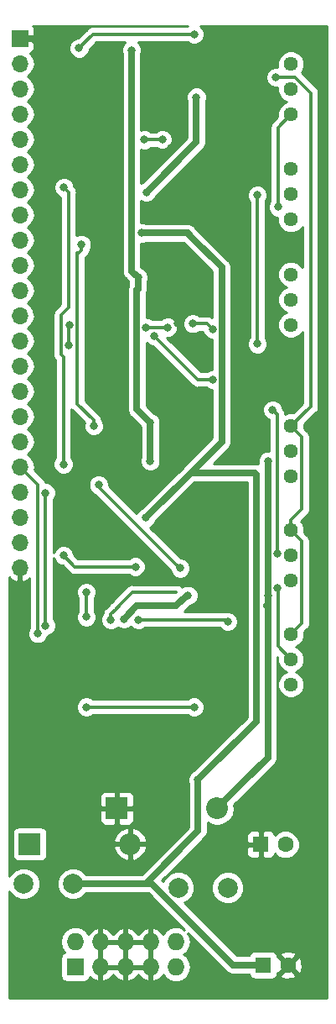
<source format=gbr>
%TF.GenerationSoftware,KiCad,Pcbnew,(5.0.1)-3*%
%TF.CreationDate,2020-04-22T20:20:14+01:00*%
%TF.ProjectId,rear,726561722E6B696361645F7063620000,rev?*%
%TF.SameCoordinates,Original*%
%TF.FileFunction,Copper,L2,Bot,Signal*%
%TF.FilePolarity,Positive*%
%FSLAX46Y46*%
G04 Gerber Fmt 4.6, Leading zero omitted, Abs format (unit mm)*
G04 Created by KiCad (PCBNEW (5.0.1)-3) date 22/04/2020 20:20:14*
%MOMM*%
%LPD*%
G01*
G04 APERTURE LIST*
%ADD10R,1.600000X1.600000*%
%ADD11C,1.600000*%
%ADD12O,2.200000X2.200000*%
%ADD13R,2.200000X2.200000*%
%ADD14C,2.000000*%
%ADD15R,1.727200X1.727200*%
%ADD16O,1.727200X1.727200*%
%ADD17O,1.700000X1.700000*%
%ADD18R,1.700000X1.700000*%
%ADD19C,1.440000*%
%ADD20C,0.800000*%
%ADD21C,0.650000*%
%ADD22C,0.350000*%
%ADD23C,0.254000*%
G04 APERTURE END LIST*
D10*
X86600000Y-115400000D03*
D11*
X89100000Y-115400000D03*
X88850000Y-103250000D03*
D10*
X86350000Y-103250000D03*
D12*
X73160000Y-103200000D03*
D13*
X63000000Y-103200000D03*
X71800000Y-99600000D03*
D12*
X81960000Y-99600000D03*
D14*
X78000000Y-107600000D03*
X83000000Y-107600000D03*
X67400000Y-107200000D03*
X62400000Y-107200000D03*
D15*
X67600000Y-115600000D03*
D16*
X67600000Y-113060000D03*
X70140000Y-115600000D03*
X70140000Y-113060000D03*
X72680000Y-115600000D03*
X72680000Y-113060000D03*
X75220000Y-115600000D03*
X75220000Y-113060000D03*
X77760000Y-115600000D03*
X77760000Y-113060000D03*
D17*
X62000000Y-75340000D03*
X62000000Y-72800000D03*
X62000000Y-70260000D03*
X62000000Y-67720000D03*
X62000000Y-65180000D03*
X62000000Y-62640000D03*
X62000000Y-60100000D03*
X62000000Y-57560000D03*
X62000000Y-55020000D03*
X62000000Y-52480000D03*
X62000000Y-49940000D03*
X62000000Y-47400000D03*
X62000000Y-44860000D03*
X62000000Y-42320000D03*
X62000000Y-39780000D03*
X62000000Y-37240000D03*
X62000000Y-34700000D03*
X62000000Y-32160000D03*
X62000000Y-29620000D03*
X62000000Y-27080000D03*
X62000000Y-24540000D03*
D18*
X62000000Y-22000000D03*
D19*
X89400000Y-29680000D03*
X89400000Y-27140000D03*
X89400000Y-24600000D03*
X89400000Y-40280000D03*
X89400000Y-37740000D03*
X89400000Y-35200000D03*
X89400000Y-45800000D03*
X89400000Y-48340000D03*
X89400000Y-50880000D03*
X89400000Y-87130000D03*
X89400000Y-84590000D03*
X89400000Y-82050000D03*
X89400000Y-71600000D03*
X89400000Y-74140000D03*
X89400000Y-76680000D03*
X89400000Y-61100000D03*
X89400000Y-63640000D03*
X89400000Y-66180000D03*
D20*
X79850000Y-27925000D03*
X74750000Y-70325000D03*
X80000000Y-96750000D03*
X74350000Y-41625000D03*
X74800000Y-37496032D03*
X73300000Y-23200000D03*
X75175000Y-60750000D03*
X72524179Y-80500000D03*
X75175000Y-64594002D03*
X87100000Y-64600000D03*
X79000000Y-78150000D03*
X87074999Y-78200000D03*
X73950000Y-46100000D03*
X73950000Y-46100000D03*
X87875000Y-25925000D03*
X67425000Y-26125000D03*
X84650000Y-27000000D03*
X84675000Y-24425000D03*
X77250000Y-33025000D03*
X75425000Y-40425000D03*
X77925000Y-50700000D03*
X77500000Y-48625000D03*
X76925000Y-56250000D03*
X73150000Y-65000000D03*
X76900000Y-61050000D03*
X73250000Y-66975000D03*
X74975000Y-67000000D03*
X70975000Y-77750000D03*
X76275000Y-85000000D03*
X77725000Y-82800000D03*
X76025000Y-75425000D03*
X78475000Y-94875000D03*
X72475000Y-95200000D03*
X69675000Y-95300000D03*
X78950000Y-43750000D03*
X68714179Y-89400000D03*
X79600000Y-89400000D03*
X64600000Y-81200000D03*
X64600000Y-67800000D03*
X63800000Y-82000000D03*
X68714179Y-80325000D03*
X68725000Y-77825000D03*
X74751992Y-51148008D03*
X66950000Y-52900000D03*
X67025000Y-50925000D03*
X76950000Y-51125020D03*
X81475000Y-56400000D03*
X75550000Y-52000000D03*
X78200000Y-75400000D03*
X69975000Y-67025000D03*
X69475000Y-61075000D03*
X68225000Y-42800000D03*
X73675000Y-75250000D03*
X66425000Y-74125000D03*
X66401992Y-64923008D03*
X66450000Y-37025000D03*
X76400000Y-32200000D03*
X74575000Y-32237605D03*
X79600000Y-21600000D03*
X68000000Y-23000000D03*
X88100000Y-39000000D03*
X86000000Y-37800000D03*
X86000000Y-52800000D03*
X79475000Y-50750000D03*
X81475001Y-51293185D03*
X88000000Y-77400000D03*
X88000000Y-73950000D03*
X87529999Y-59450000D03*
X74000000Y-80600000D03*
X83000000Y-80800000D03*
X71200000Y-80600000D03*
D21*
X68814213Y-107200000D02*
X67400000Y-107200000D01*
X83542998Y-115400000D02*
X75342998Y-107200000D01*
X86600000Y-115400000D02*
X83542998Y-115400000D01*
X79850000Y-32446032D02*
X74800000Y-37496032D01*
X79850000Y-27925000D02*
X79850000Y-32446032D01*
X79275000Y-65800000D02*
X85750000Y-65800000D01*
X79275000Y-65800000D02*
X74750000Y-70325000D01*
X82400001Y-62674999D02*
X79275000Y-65800000D01*
X85750000Y-65800000D02*
X85900000Y-65950000D01*
X85900000Y-65950000D02*
X85900000Y-90850000D01*
X85900000Y-90850000D02*
X80000000Y-96750000D01*
X80000000Y-101900000D02*
X74700000Y-107200000D01*
X80000000Y-96750000D02*
X80000000Y-101900000D01*
X75342998Y-107200000D02*
X74700000Y-107200000D01*
X74700000Y-107200000D02*
X68814213Y-107200000D01*
X78928968Y-41625000D02*
X79278968Y-41975000D01*
X74350000Y-41625000D02*
X78928968Y-41625000D01*
X79278968Y-41975000D02*
X82400001Y-45096033D01*
X82400001Y-56050000D02*
X82400001Y-55955999D01*
X82400001Y-56050000D02*
X82400001Y-62674999D01*
X82400001Y-45096033D02*
X82400001Y-56050000D01*
X73300000Y-23200000D02*
X73300000Y-44600000D01*
X73826991Y-59401991D02*
X75175000Y-60750000D01*
X73826991Y-47373009D02*
X73826991Y-59401991D01*
X75175000Y-60750000D02*
X75175000Y-64594002D01*
X72524179Y-80500000D02*
X73824179Y-79200000D01*
X87100000Y-64600000D02*
X87100000Y-65165685D01*
X87100000Y-65165685D02*
X87074999Y-65190686D01*
X87074999Y-79074999D02*
X86949998Y-79200000D01*
X87074999Y-65190686D02*
X87074999Y-78200000D01*
X87074999Y-78200000D02*
X87074999Y-79074999D01*
X77819002Y-79200000D02*
X73824179Y-79200000D01*
X78869002Y-78150000D02*
X77819002Y-79200000D01*
X79000000Y-78150000D02*
X78869002Y-78150000D01*
X87074999Y-94485001D02*
X85060000Y-96500000D01*
X87074999Y-78200000D02*
X87074999Y-94485001D01*
X85650000Y-95910000D02*
X85060000Y-96500000D01*
X85060000Y-96500000D02*
X81960000Y-99600000D01*
X73300000Y-44600000D02*
X73300000Y-45450000D01*
X73300000Y-45450000D02*
X73950000Y-46100000D01*
X73950000Y-47250000D02*
X73950000Y-46100000D01*
X73826991Y-47373009D02*
X73950000Y-47250000D01*
D22*
X90119999Y-81330001D02*
X89400000Y-82050000D01*
X90495001Y-80954999D02*
X90119999Y-81330001D01*
X90495001Y-72695001D02*
X90495001Y-80954999D01*
X89400000Y-71600000D02*
X90495001Y-72695001D01*
X90119999Y-61819999D02*
X89400000Y-61100000D01*
X90495001Y-62195001D02*
X90119999Y-61819999D01*
X90495001Y-69486766D02*
X90495001Y-62195001D01*
X89400000Y-70581767D02*
X90495001Y-69486766D01*
X89400000Y-71600000D02*
X89400000Y-70581767D01*
X89805602Y-25925000D02*
X91380602Y-27500000D01*
X87875000Y-25925000D02*
X89805602Y-25925000D01*
X91380602Y-59119398D02*
X89400000Y-61100000D01*
X91380602Y-27500000D02*
X91380602Y-59119398D01*
D21*
X63300000Y-22000000D02*
X62000000Y-22000000D01*
X67425000Y-26125000D02*
X63300000Y-22000000D01*
X84650000Y-27000000D02*
X84650000Y-24450000D01*
X84650000Y-24450000D02*
X84675000Y-24425000D01*
X77725000Y-83550000D02*
X76275000Y-85000000D01*
X77725000Y-82800000D02*
X77725000Y-83550000D01*
D22*
X68714179Y-89400000D02*
X79600000Y-89400000D01*
X64600000Y-81200000D02*
X64600000Y-67800000D01*
X63800000Y-66980000D02*
X62000000Y-65180000D01*
X63800000Y-67200000D02*
X63800000Y-66980000D01*
X63800000Y-67200000D02*
X63800000Y-82000000D01*
X68714179Y-80325000D02*
X68714179Y-77835821D01*
X68714179Y-77835821D02*
X68725000Y-77825000D01*
X66950000Y-51000000D02*
X67025000Y-50925000D01*
X66950000Y-52900000D02*
X66950000Y-51000000D01*
X74751992Y-51148008D02*
X76927012Y-51148008D01*
X76927012Y-51148008D02*
X76950000Y-51125020D01*
X81475000Y-56400000D02*
X79950000Y-56400000D01*
X79950000Y-56400000D02*
X75550000Y-52000000D01*
X77800001Y-75000001D02*
X77750001Y-75000001D01*
X78200000Y-75400000D02*
X77800001Y-75000001D01*
X77750001Y-75000001D02*
X69975000Y-67225000D01*
X69975000Y-67225000D02*
X69975000Y-67025000D01*
X67800000Y-58834315D02*
X67800000Y-54700000D01*
X69475000Y-60509315D02*
X67800000Y-58834315D01*
X69475000Y-61075000D02*
X69475000Y-60509315D01*
X67800000Y-43790685D02*
X67800000Y-45150000D01*
X68225000Y-43365685D02*
X67800000Y-43790685D01*
X68225000Y-42800000D02*
X68225000Y-43365685D01*
X67800000Y-43600000D02*
X67800000Y-45150000D01*
X67800000Y-45150000D02*
X67800000Y-54700000D01*
X73675000Y-75250000D02*
X67550000Y-75250000D01*
X67550000Y-75250000D02*
X66425000Y-74125000D01*
X66401992Y-64923008D02*
X66401992Y-54098008D01*
X66174999Y-53871015D02*
X66174999Y-49850001D01*
X66401992Y-54098008D02*
X66174999Y-53871015D01*
X66174999Y-49850001D02*
X66925000Y-49100000D01*
X66925000Y-49100000D02*
X66925000Y-44000000D01*
X66925000Y-44000000D02*
X66925000Y-37500000D01*
X66925000Y-37500000D02*
X66450000Y-37025000D01*
X76362395Y-32237605D02*
X76400000Y-32200000D01*
X74575000Y-32237605D02*
X76362395Y-32237605D01*
X79600000Y-21600000D02*
X79034315Y-21600000D01*
X79034315Y-21600000D02*
X69400000Y-21600000D01*
X69400000Y-21600000D02*
X68000000Y-23000000D01*
X88100000Y-30980000D02*
X89400000Y-29680000D01*
X88100000Y-39000000D02*
X88100000Y-30980000D01*
X86000000Y-50600000D02*
X86000000Y-37800000D01*
X86000000Y-50600000D02*
X86000000Y-52800000D01*
X79475000Y-50750000D02*
X80931816Y-50750000D01*
X80931816Y-50750000D02*
X81475001Y-51293185D01*
X88100000Y-77500000D02*
X88000000Y-77400000D01*
X89400000Y-84590000D02*
X88100000Y-83290000D01*
X88100000Y-83290000D02*
X88100000Y-77500000D01*
X88000000Y-73950000D02*
X88000000Y-59920001D01*
X88000000Y-59920001D02*
X87529999Y-59450000D01*
X74000000Y-80600000D02*
X82800000Y-80600000D01*
X82800000Y-80600000D02*
X83000000Y-80800000D01*
X71200000Y-80600000D02*
X71200000Y-80034315D01*
X71750000Y-79484315D02*
X71750000Y-79450000D01*
X71750000Y-79484315D02*
X72000000Y-79234315D01*
X71200000Y-80034315D02*
X71750000Y-79484315D01*
X71750000Y-79450000D02*
X73350000Y-77850000D01*
X73350000Y-77850000D02*
X77800000Y-77850000D01*
D23*
G36*
X78946289Y-20790000D02*
X69479773Y-20790000D01*
X69400000Y-20774132D01*
X69320227Y-20790000D01*
X69320226Y-20790000D01*
X69083954Y-20836997D01*
X68816023Y-21016023D01*
X68770834Y-21083653D01*
X67889488Y-21965000D01*
X67794126Y-21965000D01*
X67413720Y-22122569D01*
X67122569Y-22413720D01*
X66965000Y-22794126D01*
X66965000Y-23205874D01*
X67122569Y-23586280D01*
X67413720Y-23877431D01*
X67794126Y-24035000D01*
X68205874Y-24035000D01*
X68586280Y-23877431D01*
X68877431Y-23586280D01*
X69035000Y-23205874D01*
X69035000Y-23110512D01*
X69735513Y-22410000D01*
X72626289Y-22410000D01*
X72422569Y-22613720D01*
X72265000Y-22994126D01*
X72265000Y-23405874D01*
X72340000Y-23586940D01*
X72340001Y-44505447D01*
X72340000Y-44505452D01*
X72340000Y-45355456D01*
X72321194Y-45450000D01*
X72340000Y-45544544D01*
X72340000Y-45544549D01*
X72377680Y-45733977D01*
X72395701Y-45824573D01*
X72513140Y-46000332D01*
X72607880Y-46142121D01*
X72688034Y-46195678D01*
X72990001Y-46497645D01*
X72990000Y-46897701D01*
X72922691Y-46998437D01*
X72866991Y-47278461D01*
X72866991Y-47278465D01*
X72848185Y-47373009D01*
X72866991Y-47467553D01*
X72866992Y-59307442D01*
X72848185Y-59401991D01*
X72866992Y-59496540D01*
X72922692Y-59776564D01*
X73134871Y-60094112D01*
X73215025Y-60147670D01*
X74215000Y-61147645D01*
X74215001Y-64207059D01*
X74140000Y-64388128D01*
X74140000Y-64799876D01*
X74297569Y-65180282D01*
X74588720Y-65471433D01*
X74969126Y-65629002D01*
X75380874Y-65629002D01*
X75761280Y-65471433D01*
X76052431Y-65180282D01*
X76210000Y-64799876D01*
X76210000Y-64388128D01*
X76135000Y-64207062D01*
X76135000Y-61136940D01*
X76210000Y-60955874D01*
X76210000Y-60544126D01*
X76052431Y-60163720D01*
X75761280Y-59872569D01*
X75580214Y-59797569D01*
X74786991Y-59004347D01*
X74786991Y-52700702D01*
X74963720Y-52877431D01*
X75344126Y-53035000D01*
X75439488Y-53035000D01*
X79320834Y-56916347D01*
X79366023Y-56983977D01*
X79433652Y-57029165D01*
X79633953Y-57163003D01*
X79950000Y-57225868D01*
X80029774Y-57210000D01*
X80821289Y-57210000D01*
X80888720Y-57277431D01*
X81269126Y-57435000D01*
X81440001Y-57435000D01*
X81440002Y-62277353D01*
X78663037Y-65054319D01*
X78582879Y-65107879D01*
X78529321Y-65188034D01*
X74344787Y-69372569D01*
X74163720Y-69447569D01*
X73872569Y-69738720D01*
X73802762Y-69907250D01*
X71010000Y-67114488D01*
X71010000Y-66819126D01*
X70852431Y-66438720D01*
X70561280Y-66147569D01*
X70180874Y-65990000D01*
X69769126Y-65990000D01*
X69388720Y-66147569D01*
X69097569Y-66438720D01*
X68940000Y-66819126D01*
X68940000Y-67230874D01*
X69097569Y-67611280D01*
X69388720Y-67902431D01*
X69590498Y-67986010D01*
X77120835Y-75516348D01*
X77165000Y-75582445D01*
X77165000Y-75605874D01*
X77322569Y-75986280D01*
X77613720Y-76277431D01*
X77994126Y-76435000D01*
X78405874Y-76435000D01*
X78786280Y-76277431D01*
X79077431Y-75986280D01*
X79235000Y-75605874D01*
X79235000Y-75194126D01*
X79077431Y-74813720D01*
X78786280Y-74522569D01*
X78405874Y-74365000D01*
X78307615Y-74365000D01*
X78165664Y-74270151D01*
X75167751Y-71272238D01*
X75336280Y-71202431D01*
X75627431Y-70911280D01*
X75702431Y-70730213D01*
X79672645Y-66760000D01*
X84940000Y-66760000D01*
X84940001Y-90452354D01*
X79594787Y-95797569D01*
X79413720Y-95872569D01*
X79122569Y-96163720D01*
X78965000Y-96544126D01*
X78965000Y-96955874D01*
X79040000Y-97136941D01*
X79040001Y-101502354D01*
X74302356Y-106240000D01*
X68752239Y-106240000D01*
X68326153Y-105813914D01*
X67725222Y-105565000D01*
X67074778Y-105565000D01*
X66473847Y-105813914D01*
X66013914Y-106273847D01*
X65765000Y-106874778D01*
X65765000Y-107525222D01*
X66013914Y-108126153D01*
X66473847Y-108586086D01*
X67074778Y-108835000D01*
X67725222Y-108835000D01*
X68326153Y-108586086D01*
X68752239Y-108160000D01*
X74605456Y-108160000D01*
X74700000Y-108178806D01*
X74794544Y-108160000D01*
X74945354Y-108160000D01*
X78612878Y-111827524D01*
X78344725Y-111648350D01*
X77907598Y-111561400D01*
X77612402Y-111561400D01*
X77175275Y-111648350D01*
X76679570Y-111979570D01*
X76478146Y-112281021D01*
X76426821Y-112171510D01*
X75994947Y-111777312D01*
X75579026Y-111605042D01*
X75347000Y-111726183D01*
X75347000Y-112933000D01*
X75367000Y-112933000D01*
X75367000Y-113187000D01*
X75347000Y-113187000D01*
X75347000Y-115473000D01*
X75367000Y-115473000D01*
X75367000Y-115727000D01*
X75347000Y-115727000D01*
X75347000Y-116933817D01*
X75579026Y-117054958D01*
X75994947Y-116882688D01*
X76426821Y-116488490D01*
X76478146Y-116378979D01*
X76679570Y-116680430D01*
X77175275Y-117011650D01*
X77612402Y-117098600D01*
X77907598Y-117098600D01*
X78344725Y-117011650D01*
X78840430Y-116680430D01*
X79171650Y-116184725D01*
X79287959Y-115600000D01*
X79171650Y-115015275D01*
X78840430Y-114519570D01*
X78556719Y-114330000D01*
X78840430Y-114140430D01*
X79171650Y-113644725D01*
X79287959Y-113060000D01*
X79171650Y-112475275D01*
X78992476Y-112207122D01*
X82797319Y-116011966D01*
X82850877Y-116092121D01*
X83168425Y-116304300D01*
X83448449Y-116360000D01*
X83448453Y-116360000D01*
X83542997Y-116378806D01*
X83637542Y-116360000D01*
X85184386Y-116360000D01*
X85201843Y-116447765D01*
X85342191Y-116657809D01*
X85552235Y-116798157D01*
X85800000Y-116847440D01*
X87400000Y-116847440D01*
X87647765Y-116798157D01*
X87857809Y-116657809D01*
X87998157Y-116447765D01*
X88006117Y-116407745D01*
X88271861Y-116407745D01*
X88345995Y-116653864D01*
X88883223Y-116846965D01*
X89453454Y-116819778D01*
X89854005Y-116653864D01*
X89928139Y-116407745D01*
X89100000Y-115579605D01*
X88271861Y-116407745D01*
X88006117Y-116407745D01*
X88044693Y-116213813D01*
X88092255Y-116228139D01*
X88920395Y-115400000D01*
X89279605Y-115400000D01*
X90107745Y-116228139D01*
X90353864Y-116154005D01*
X90546965Y-115616777D01*
X90519778Y-115046546D01*
X90353864Y-114645995D01*
X90107745Y-114571861D01*
X89279605Y-115400000D01*
X88920395Y-115400000D01*
X88092255Y-114571861D01*
X88044693Y-114586187D01*
X88006118Y-114392255D01*
X88271861Y-114392255D01*
X89100000Y-115220395D01*
X89928139Y-114392255D01*
X89854005Y-114146136D01*
X89316777Y-113953035D01*
X88746546Y-113980222D01*
X88345995Y-114146136D01*
X88271861Y-114392255D01*
X88006118Y-114392255D01*
X87998157Y-114352235D01*
X87857809Y-114142191D01*
X87647765Y-114001843D01*
X87400000Y-113952560D01*
X85800000Y-113952560D01*
X85552235Y-114001843D01*
X85342191Y-114142191D01*
X85201843Y-114352235D01*
X85184386Y-114440000D01*
X83940643Y-114440000D01*
X78615433Y-109114791D01*
X78926153Y-108986086D01*
X79386086Y-108526153D01*
X79635000Y-107925222D01*
X79635000Y-107274778D01*
X81365000Y-107274778D01*
X81365000Y-107925222D01*
X81613914Y-108526153D01*
X82073847Y-108986086D01*
X82674778Y-109235000D01*
X83325222Y-109235000D01*
X83926153Y-108986086D01*
X84386086Y-108526153D01*
X84635000Y-107925222D01*
X84635000Y-107274778D01*
X84386086Y-106673847D01*
X83926153Y-106213914D01*
X83325222Y-105965000D01*
X82674778Y-105965000D01*
X82073847Y-106213914D01*
X81613914Y-106673847D01*
X81365000Y-107274778D01*
X79635000Y-107274778D01*
X79386086Y-106673847D01*
X78926153Y-106213914D01*
X78325222Y-105965000D01*
X77674778Y-105965000D01*
X77073847Y-106213914D01*
X76613914Y-106673847D01*
X76485209Y-106984567D01*
X76379143Y-106878501D01*
X79721894Y-103535750D01*
X84915000Y-103535750D01*
X84915000Y-104176310D01*
X85011673Y-104409699D01*
X85190302Y-104588327D01*
X85423691Y-104685000D01*
X86064250Y-104685000D01*
X86223000Y-104526250D01*
X86223000Y-103377000D01*
X85073750Y-103377000D01*
X84915000Y-103535750D01*
X79721894Y-103535750D01*
X80611966Y-102645679D01*
X80692121Y-102592121D01*
X80871481Y-102323690D01*
X84915000Y-102323690D01*
X84915000Y-102964250D01*
X85073750Y-103123000D01*
X86223000Y-103123000D01*
X86223000Y-101973750D01*
X86477000Y-101973750D01*
X86477000Y-103123000D01*
X86497000Y-103123000D01*
X86497000Y-103377000D01*
X86477000Y-103377000D01*
X86477000Y-104526250D01*
X86635750Y-104685000D01*
X87276309Y-104685000D01*
X87509698Y-104588327D01*
X87688327Y-104409699D01*
X87773845Y-104203241D01*
X88037138Y-104466534D01*
X88564561Y-104685000D01*
X89135439Y-104685000D01*
X89662862Y-104466534D01*
X90066534Y-104062862D01*
X90285000Y-103535439D01*
X90285000Y-102964561D01*
X90066534Y-102437138D01*
X89662862Y-102033466D01*
X89135439Y-101815000D01*
X88564561Y-101815000D01*
X88037138Y-102033466D01*
X87773845Y-102296759D01*
X87688327Y-102090301D01*
X87509698Y-101911673D01*
X87276309Y-101815000D01*
X86635750Y-101815000D01*
X86477000Y-101973750D01*
X86223000Y-101973750D01*
X86064250Y-101815000D01*
X85423691Y-101815000D01*
X85190302Y-101911673D01*
X85011673Y-102090301D01*
X84915000Y-102323690D01*
X80871481Y-102323690D01*
X80904300Y-102274573D01*
X80960000Y-101994549D01*
X80960000Y-101994545D01*
X80978806Y-101900000D01*
X80960000Y-101805456D01*
X80960000Y-101018488D01*
X81283037Y-101234334D01*
X81789120Y-101335000D01*
X82130880Y-101335000D01*
X82636963Y-101234334D01*
X83210865Y-100850865D01*
X83594334Y-100276963D01*
X83728990Y-99600000D01*
X83660743Y-99256901D01*
X85805678Y-97111967D01*
X85805680Y-97111964D01*
X86395678Y-96521966D01*
X87686965Y-95230680D01*
X87767120Y-95177122D01*
X87979299Y-94859574D01*
X88034999Y-94579550D01*
X88034999Y-94579546D01*
X88053805Y-94485001D01*
X88034999Y-94390457D01*
X88034999Y-84370511D01*
X88045000Y-84380512D01*
X88045000Y-84859526D01*
X88251286Y-85357546D01*
X88632454Y-85738714D01*
X88925265Y-85860000D01*
X88632454Y-85981286D01*
X88251286Y-86362454D01*
X88045000Y-86860474D01*
X88045000Y-87399526D01*
X88251286Y-87897546D01*
X88632454Y-88278714D01*
X89130474Y-88485000D01*
X89669526Y-88485000D01*
X90167546Y-88278714D01*
X90548714Y-87897546D01*
X90755000Y-87399526D01*
X90755000Y-86860474D01*
X90548714Y-86362454D01*
X90167546Y-85981286D01*
X89874735Y-85860000D01*
X90167546Y-85738714D01*
X90548714Y-85357546D01*
X90755000Y-84859526D01*
X90755000Y-84320474D01*
X90548714Y-83822454D01*
X90167546Y-83441286D01*
X89874735Y-83320000D01*
X90167546Y-83198714D01*
X90548714Y-82817546D01*
X90755000Y-82319526D01*
X90755000Y-81840512D01*
X91011345Y-81584167D01*
X91078978Y-81538976D01*
X91258004Y-81271045D01*
X91305001Y-81034773D01*
X91305001Y-81034772D01*
X91320869Y-80954999D01*
X91305001Y-80875226D01*
X91305001Y-72774773D01*
X91320869Y-72695000D01*
X91267335Y-72425868D01*
X91258004Y-72378955D01*
X91078978Y-72111024D01*
X91011348Y-72065835D01*
X90755000Y-71809487D01*
X90755000Y-71330474D01*
X90548714Y-70832454D01*
X90421770Y-70705510D01*
X91011348Y-70115932D01*
X91078978Y-70070743D01*
X91258004Y-69802812D01*
X91305001Y-69566540D01*
X91305001Y-69566539D01*
X91320869Y-69486767D01*
X91305001Y-69406994D01*
X91305001Y-62274774D01*
X91320869Y-62195001D01*
X91303961Y-62110000D01*
X91258004Y-61878955D01*
X91078978Y-61611024D01*
X91011345Y-61565833D01*
X90755000Y-61309488D01*
X90755000Y-60890512D01*
X91896949Y-59748564D01*
X91964579Y-59703375D01*
X92143605Y-59435444D01*
X92190602Y-59199172D01*
X92206470Y-59119399D01*
X92190602Y-59039626D01*
X92190602Y-27579769D01*
X92206469Y-27499999D01*
X92190602Y-27420230D01*
X92190602Y-27420226D01*
X92143605Y-27183954D01*
X91964579Y-26916023D01*
X91896949Y-26870834D01*
X90471187Y-25445073D01*
X90548714Y-25367546D01*
X90755000Y-24869526D01*
X90755000Y-24330474D01*
X90548714Y-23832454D01*
X90167546Y-23451286D01*
X89669526Y-23245000D01*
X89130474Y-23245000D01*
X88632454Y-23451286D01*
X88251286Y-23832454D01*
X88045000Y-24330474D01*
X88045000Y-24869526D01*
X88053481Y-24890000D01*
X87669126Y-24890000D01*
X87288720Y-25047569D01*
X86997569Y-25338720D01*
X86840000Y-25719126D01*
X86840000Y-26130874D01*
X86997569Y-26511280D01*
X87288720Y-26802431D01*
X87669126Y-26960000D01*
X88045000Y-26960000D01*
X88045000Y-27409526D01*
X88251286Y-27907546D01*
X88632454Y-28288714D01*
X88925265Y-28410000D01*
X88632454Y-28531286D01*
X88251286Y-28912454D01*
X88045000Y-29410474D01*
X88045000Y-29889488D01*
X87583654Y-30350834D01*
X87516024Y-30396023D01*
X87470835Y-30463653D01*
X87336998Y-30663954D01*
X87274132Y-30980000D01*
X87290001Y-31059778D01*
X87290000Y-38346289D01*
X87222569Y-38413720D01*
X87065000Y-38794126D01*
X87065000Y-39205874D01*
X87222569Y-39586280D01*
X87513720Y-39877431D01*
X87894126Y-40035000D01*
X88045000Y-40035000D01*
X88045000Y-40549526D01*
X88251286Y-41047546D01*
X88632454Y-41428714D01*
X89130474Y-41635000D01*
X89669526Y-41635000D01*
X90167546Y-41428714D01*
X90548714Y-41047546D01*
X90570602Y-40994702D01*
X90570603Y-45085298D01*
X90548714Y-45032454D01*
X90167546Y-44651286D01*
X89669526Y-44445000D01*
X89130474Y-44445000D01*
X88632454Y-44651286D01*
X88251286Y-45032454D01*
X88045000Y-45530474D01*
X88045000Y-46069526D01*
X88251286Y-46567546D01*
X88632454Y-46948714D01*
X88925265Y-47070000D01*
X88632454Y-47191286D01*
X88251286Y-47572454D01*
X88045000Y-48070474D01*
X88045000Y-48609526D01*
X88251286Y-49107546D01*
X88632454Y-49488714D01*
X88925265Y-49610000D01*
X88632454Y-49731286D01*
X88251286Y-50112454D01*
X88045000Y-50610474D01*
X88045000Y-51149526D01*
X88251286Y-51647546D01*
X88632454Y-52028714D01*
X89130474Y-52235000D01*
X89669526Y-52235000D01*
X90167546Y-52028714D01*
X90548714Y-51647546D01*
X90570603Y-51594702D01*
X90570603Y-58783884D01*
X89609488Y-59745000D01*
X89130474Y-59745000D01*
X88816895Y-59874888D01*
X88763003Y-59603954D01*
X88660133Y-59450000D01*
X88583977Y-59336024D01*
X88564999Y-59323343D01*
X88564999Y-59244126D01*
X88407430Y-58863720D01*
X88116279Y-58572569D01*
X87735873Y-58415000D01*
X87324125Y-58415000D01*
X86943719Y-58572569D01*
X86652568Y-58863720D01*
X86494999Y-59244126D01*
X86494999Y-59655874D01*
X86652568Y-60036280D01*
X86943719Y-60327431D01*
X87190001Y-60429444D01*
X87190001Y-63565000D01*
X86894126Y-63565000D01*
X86513720Y-63722569D01*
X86222569Y-64013720D01*
X86065000Y-64394126D01*
X86065000Y-64805874D01*
X86100199Y-64890852D01*
X85844549Y-64840000D01*
X85844544Y-64840000D01*
X85750000Y-64821194D01*
X85655456Y-64840000D01*
X81592645Y-64840000D01*
X83011967Y-63420678D01*
X83092122Y-63367120D01*
X83304301Y-63049572D01*
X83360001Y-62769548D01*
X83360001Y-62769547D01*
X83378808Y-62674999D01*
X83360001Y-62580451D01*
X83360001Y-45190577D01*
X83378807Y-45096032D01*
X83360001Y-45001488D01*
X83360001Y-45001484D01*
X83304301Y-44721460D01*
X83092122Y-44403912D01*
X83011968Y-44350355D01*
X79890934Y-41229322D01*
X79674649Y-41013037D01*
X79621089Y-40932879D01*
X79303541Y-40720700D01*
X79023517Y-40665000D01*
X79023512Y-40665000D01*
X78928968Y-40646194D01*
X78834424Y-40665000D01*
X74736940Y-40665000D01*
X74555874Y-40590000D01*
X74260000Y-40590000D01*
X74260000Y-38392633D01*
X74594126Y-38531032D01*
X75005874Y-38531032D01*
X75386280Y-38373463D01*
X75677431Y-38082312D01*
X75752431Y-37901245D01*
X76059550Y-37594126D01*
X84965000Y-37594126D01*
X84965000Y-38005874D01*
X85122569Y-38386280D01*
X85190001Y-38453712D01*
X85190000Y-50520226D01*
X85190000Y-50520227D01*
X85190001Y-52146288D01*
X85122569Y-52213720D01*
X84965000Y-52594126D01*
X84965000Y-53005874D01*
X85122569Y-53386280D01*
X85413720Y-53677431D01*
X85794126Y-53835000D01*
X86205874Y-53835000D01*
X86586280Y-53677431D01*
X86877431Y-53386280D01*
X87035000Y-53005874D01*
X87035000Y-52594126D01*
X86877431Y-52213720D01*
X86810000Y-52146289D01*
X86810000Y-38453711D01*
X86877431Y-38386280D01*
X87035000Y-38005874D01*
X87035000Y-37594126D01*
X86877431Y-37213720D01*
X86586280Y-36922569D01*
X86205874Y-36765000D01*
X85794126Y-36765000D01*
X85413720Y-36922569D01*
X85122569Y-37213720D01*
X84965000Y-37594126D01*
X76059550Y-37594126D01*
X80461966Y-33191711D01*
X80542121Y-33138153D01*
X80754300Y-32820605D01*
X80810000Y-32540581D01*
X80810000Y-32540577D01*
X80828806Y-32446033D01*
X80810000Y-32351488D01*
X80810000Y-28311940D01*
X80885000Y-28130874D01*
X80885000Y-27719126D01*
X80727431Y-27338720D01*
X80436280Y-27047569D01*
X80055874Y-26890000D01*
X79644126Y-26890000D01*
X79263720Y-27047569D01*
X78972569Y-27338720D01*
X78815000Y-27719126D01*
X78815000Y-28130874D01*
X78890000Y-28311941D01*
X78890001Y-32048386D01*
X74394787Y-36543601D01*
X74260000Y-36599431D01*
X74260000Y-33227404D01*
X74369126Y-33272605D01*
X74780874Y-33272605D01*
X75161280Y-33115036D01*
X75228711Y-33047605D01*
X75783894Y-33047605D01*
X75813720Y-33077431D01*
X76194126Y-33235000D01*
X76605874Y-33235000D01*
X76986280Y-33077431D01*
X77277431Y-32786280D01*
X77435000Y-32405874D01*
X77435000Y-31994126D01*
X77277431Y-31613720D01*
X76986280Y-31322569D01*
X76605874Y-31165000D01*
X76194126Y-31165000D01*
X75813720Y-31322569D01*
X75708684Y-31427605D01*
X75228711Y-31427605D01*
X75161280Y-31360174D01*
X74780874Y-31202605D01*
X74369126Y-31202605D01*
X74260000Y-31247806D01*
X74260000Y-23586940D01*
X74335000Y-23405874D01*
X74335000Y-22994126D01*
X74177431Y-22613720D01*
X73973711Y-22410000D01*
X78946289Y-22410000D01*
X79013720Y-22477431D01*
X79394126Y-22635000D01*
X79805874Y-22635000D01*
X80186280Y-22477431D01*
X80477431Y-22186280D01*
X80635000Y-21805874D01*
X80635000Y-21394126D01*
X80477431Y-21013720D01*
X80198711Y-20735000D01*
X93015000Y-20735000D01*
X93015001Y-118765000D01*
X60935000Y-118765000D01*
X60935000Y-113060000D01*
X66072041Y-113060000D01*
X66188350Y-113644725D01*
X66514651Y-114133068D01*
X66488635Y-114138243D01*
X66278591Y-114278591D01*
X66138243Y-114488635D01*
X66088960Y-114736400D01*
X66088960Y-116463600D01*
X66138243Y-116711365D01*
X66278591Y-116921409D01*
X66488635Y-117061757D01*
X66736400Y-117111040D01*
X68463600Y-117111040D01*
X68711365Y-117061757D01*
X68921409Y-116921409D01*
X69061757Y-116711365D01*
X69079520Y-116622064D01*
X69365053Y-116882688D01*
X69780974Y-117054958D01*
X70013000Y-116933817D01*
X70013000Y-115727000D01*
X70267000Y-115727000D01*
X70267000Y-116933817D01*
X70499026Y-117054958D01*
X70914947Y-116882688D01*
X71346821Y-116488490D01*
X71410000Y-116353687D01*
X71473179Y-116488490D01*
X71905053Y-116882688D01*
X72320974Y-117054958D01*
X72553000Y-116933817D01*
X72553000Y-115727000D01*
X72807000Y-115727000D01*
X72807000Y-116933817D01*
X73039026Y-117054958D01*
X73454947Y-116882688D01*
X73886821Y-116488490D01*
X73950000Y-116353687D01*
X74013179Y-116488490D01*
X74445053Y-116882688D01*
X74860974Y-117054958D01*
X75093000Y-116933817D01*
X75093000Y-115727000D01*
X72807000Y-115727000D01*
X72553000Y-115727000D01*
X70267000Y-115727000D01*
X70013000Y-115727000D01*
X69993000Y-115727000D01*
X69993000Y-115473000D01*
X70013000Y-115473000D01*
X70013000Y-113187000D01*
X70267000Y-113187000D01*
X70267000Y-115473000D01*
X72553000Y-115473000D01*
X72553000Y-113187000D01*
X72807000Y-113187000D01*
X72807000Y-115473000D01*
X75093000Y-115473000D01*
X75093000Y-113187000D01*
X72807000Y-113187000D01*
X72553000Y-113187000D01*
X70267000Y-113187000D01*
X70013000Y-113187000D01*
X69993000Y-113187000D01*
X69993000Y-112933000D01*
X70013000Y-112933000D01*
X70013000Y-111726183D01*
X70267000Y-111726183D01*
X70267000Y-112933000D01*
X72553000Y-112933000D01*
X72553000Y-111726183D01*
X72807000Y-111726183D01*
X72807000Y-112933000D01*
X75093000Y-112933000D01*
X75093000Y-111726183D01*
X74860974Y-111605042D01*
X74445053Y-111777312D01*
X74013179Y-112171510D01*
X73950000Y-112306313D01*
X73886821Y-112171510D01*
X73454947Y-111777312D01*
X73039026Y-111605042D01*
X72807000Y-111726183D01*
X72553000Y-111726183D01*
X72320974Y-111605042D01*
X71905053Y-111777312D01*
X71473179Y-112171510D01*
X71410000Y-112306313D01*
X71346821Y-112171510D01*
X70914947Y-111777312D01*
X70499026Y-111605042D01*
X70267000Y-111726183D01*
X70013000Y-111726183D01*
X69780974Y-111605042D01*
X69365053Y-111777312D01*
X68933179Y-112171510D01*
X68881854Y-112281021D01*
X68680430Y-111979570D01*
X68184725Y-111648350D01*
X67747598Y-111561400D01*
X67452402Y-111561400D01*
X67015275Y-111648350D01*
X66519570Y-111979570D01*
X66188350Y-112475275D01*
X66072041Y-113060000D01*
X60935000Y-113060000D01*
X60935000Y-107935638D01*
X61013914Y-108126153D01*
X61473847Y-108586086D01*
X62074778Y-108835000D01*
X62725222Y-108835000D01*
X63326153Y-108586086D01*
X63786086Y-108126153D01*
X64035000Y-107525222D01*
X64035000Y-106874778D01*
X63786086Y-106273847D01*
X63326153Y-105813914D01*
X62725222Y-105565000D01*
X62074778Y-105565000D01*
X61473847Y-105813914D01*
X61013914Y-106273847D01*
X60935000Y-106464362D01*
X60935000Y-102100000D01*
X61252560Y-102100000D01*
X61252560Y-104300000D01*
X61301843Y-104547765D01*
X61442191Y-104757809D01*
X61652235Y-104898157D01*
X61900000Y-104947440D01*
X64100000Y-104947440D01*
X64347765Y-104898157D01*
X64557809Y-104757809D01*
X64698157Y-104547765D01*
X64747440Y-104300000D01*
X64747440Y-103596122D01*
X71470825Y-103596122D01*
X71685466Y-104114332D01*
X72147608Y-104609012D01*
X72763877Y-104889183D01*
X73033000Y-104771604D01*
X73033000Y-103327000D01*
X73287000Y-103327000D01*
X73287000Y-104771604D01*
X73556123Y-104889183D01*
X74172392Y-104609012D01*
X74634534Y-104114332D01*
X74849175Y-103596122D01*
X74731125Y-103327000D01*
X73287000Y-103327000D01*
X73033000Y-103327000D01*
X71588875Y-103327000D01*
X71470825Y-103596122D01*
X64747440Y-103596122D01*
X64747440Y-102803878D01*
X71470825Y-102803878D01*
X71588875Y-103073000D01*
X73033000Y-103073000D01*
X73033000Y-101628396D01*
X73287000Y-101628396D01*
X73287000Y-103073000D01*
X74731125Y-103073000D01*
X74849175Y-102803878D01*
X74634534Y-102285668D01*
X74172392Y-101790988D01*
X73556123Y-101510817D01*
X73287000Y-101628396D01*
X73033000Y-101628396D01*
X72763877Y-101510817D01*
X72147608Y-101790988D01*
X71685466Y-102285668D01*
X71470825Y-102803878D01*
X64747440Y-102803878D01*
X64747440Y-102100000D01*
X64698157Y-101852235D01*
X64557809Y-101642191D01*
X64347765Y-101501843D01*
X64100000Y-101452560D01*
X61900000Y-101452560D01*
X61652235Y-101501843D01*
X61442191Y-101642191D01*
X61301843Y-101852235D01*
X61252560Y-102100000D01*
X60935000Y-102100000D01*
X60935000Y-99885750D01*
X70065000Y-99885750D01*
X70065000Y-100826310D01*
X70161673Y-101059699D01*
X70340302Y-101238327D01*
X70573691Y-101335000D01*
X71514250Y-101335000D01*
X71673000Y-101176250D01*
X71673000Y-99727000D01*
X71927000Y-99727000D01*
X71927000Y-101176250D01*
X72085750Y-101335000D01*
X73026309Y-101335000D01*
X73259698Y-101238327D01*
X73438327Y-101059699D01*
X73535000Y-100826310D01*
X73535000Y-99885750D01*
X73376250Y-99727000D01*
X71927000Y-99727000D01*
X71673000Y-99727000D01*
X70223750Y-99727000D01*
X70065000Y-99885750D01*
X60935000Y-99885750D01*
X60935000Y-98373690D01*
X70065000Y-98373690D01*
X70065000Y-99314250D01*
X70223750Y-99473000D01*
X71673000Y-99473000D01*
X71673000Y-98023750D01*
X71927000Y-98023750D01*
X71927000Y-99473000D01*
X73376250Y-99473000D01*
X73535000Y-99314250D01*
X73535000Y-98373690D01*
X73438327Y-98140301D01*
X73259698Y-97961673D01*
X73026309Y-97865000D01*
X72085750Y-97865000D01*
X71927000Y-98023750D01*
X71673000Y-98023750D01*
X71514250Y-97865000D01*
X70573691Y-97865000D01*
X70340302Y-97961673D01*
X70161673Y-98140301D01*
X70065000Y-98373690D01*
X60935000Y-98373690D01*
X60935000Y-89194126D01*
X67679179Y-89194126D01*
X67679179Y-89605874D01*
X67836748Y-89986280D01*
X68127899Y-90277431D01*
X68508305Y-90435000D01*
X68920053Y-90435000D01*
X69300459Y-90277431D01*
X69367890Y-90210000D01*
X78946289Y-90210000D01*
X79013720Y-90277431D01*
X79394126Y-90435000D01*
X79805874Y-90435000D01*
X80186280Y-90277431D01*
X80477431Y-89986280D01*
X80635000Y-89605874D01*
X80635000Y-89194126D01*
X80477431Y-88813720D01*
X80186280Y-88522569D01*
X79805874Y-88365000D01*
X79394126Y-88365000D01*
X79013720Y-88522569D01*
X78946289Y-88590000D01*
X69367890Y-88590000D01*
X69300459Y-88522569D01*
X68920053Y-88365000D01*
X68508305Y-88365000D01*
X68127899Y-88522569D01*
X67836748Y-88813720D01*
X67679179Y-89194126D01*
X60935000Y-89194126D01*
X60935000Y-76333674D01*
X61118642Y-76535183D01*
X61643108Y-76781486D01*
X61873000Y-76660819D01*
X61873000Y-75467000D01*
X61853000Y-75467000D01*
X61853000Y-75213000D01*
X61873000Y-75213000D01*
X61873000Y-75193000D01*
X62127000Y-75193000D01*
X62127000Y-75213000D01*
X62147000Y-75213000D01*
X62147000Y-75467000D01*
X62127000Y-75467000D01*
X62127000Y-76660819D01*
X62356892Y-76781486D01*
X62881358Y-76535183D01*
X62990001Y-76415970D01*
X62990001Y-81346288D01*
X62922569Y-81413720D01*
X62765000Y-81794126D01*
X62765000Y-82205874D01*
X62922569Y-82586280D01*
X63213720Y-82877431D01*
X63594126Y-83035000D01*
X64005874Y-83035000D01*
X64386280Y-82877431D01*
X64677431Y-82586280D01*
X64826469Y-82226469D01*
X65186280Y-82077431D01*
X65477431Y-81786280D01*
X65635000Y-81405874D01*
X65635000Y-80994126D01*
X65477431Y-80613720D01*
X65410000Y-80546289D01*
X65410000Y-80119126D01*
X67679179Y-80119126D01*
X67679179Y-80530874D01*
X67836748Y-80911280D01*
X68127899Y-81202431D01*
X68508305Y-81360000D01*
X68920053Y-81360000D01*
X69300459Y-81202431D01*
X69591610Y-80911280D01*
X69749179Y-80530874D01*
X69749179Y-80394126D01*
X70165000Y-80394126D01*
X70165000Y-80805874D01*
X70322569Y-81186280D01*
X70613720Y-81477431D01*
X70994126Y-81635000D01*
X71405874Y-81635000D01*
X71786280Y-81477431D01*
X71912090Y-81351622D01*
X71937899Y-81377431D01*
X72318305Y-81535000D01*
X72730053Y-81535000D01*
X73110459Y-81377431D01*
X73212090Y-81275801D01*
X73413720Y-81477431D01*
X73794126Y-81635000D01*
X74205874Y-81635000D01*
X74586280Y-81477431D01*
X74653711Y-81410000D01*
X82146289Y-81410000D01*
X82413720Y-81677431D01*
X82794126Y-81835000D01*
X83205874Y-81835000D01*
X83586280Y-81677431D01*
X83877431Y-81386280D01*
X84035000Y-81005874D01*
X84035000Y-80594126D01*
X83877431Y-80213720D01*
X83586280Y-79922569D01*
X83205874Y-79765000D01*
X82794126Y-79765000D01*
X82746284Y-79784817D01*
X82720227Y-79790000D01*
X78586646Y-79790000D01*
X79191647Y-79185000D01*
X79205874Y-79185000D01*
X79586280Y-79027431D01*
X79877431Y-78736280D01*
X80035000Y-78355874D01*
X80035000Y-77944126D01*
X79877431Y-77563720D01*
X79586280Y-77272569D01*
X79205874Y-77115000D01*
X78794126Y-77115000D01*
X78413720Y-77272569D01*
X78398512Y-77287777D01*
X78383977Y-77266023D01*
X78116046Y-77086997D01*
X77879774Y-77040000D01*
X73429774Y-77040000D01*
X73350000Y-77024132D01*
X73033953Y-77086997D01*
X72917214Y-77165000D01*
X72766023Y-77266023D01*
X72720834Y-77333653D01*
X71233655Y-78820833D01*
X71166023Y-78866023D01*
X71051734Y-79037068D01*
X70683653Y-79405149D01*
X70616024Y-79450338D01*
X70436997Y-79718269D01*
X70413381Y-79836997D01*
X70392049Y-79944240D01*
X70322569Y-80013720D01*
X70165000Y-80394126D01*
X69749179Y-80394126D01*
X69749179Y-80119126D01*
X69591610Y-79738720D01*
X69524179Y-79671289D01*
X69524179Y-78489532D01*
X69602431Y-78411280D01*
X69760000Y-78030874D01*
X69760000Y-77619126D01*
X69602431Y-77238720D01*
X69311280Y-76947569D01*
X68930874Y-76790000D01*
X68519126Y-76790000D01*
X68138720Y-76947569D01*
X67847569Y-77238720D01*
X67690000Y-77619126D01*
X67690000Y-78030874D01*
X67847569Y-78411280D01*
X67904180Y-78467891D01*
X67904179Y-79671289D01*
X67836748Y-79738720D01*
X67679179Y-80119126D01*
X65410000Y-80119126D01*
X65410000Y-74379158D01*
X65547569Y-74711280D01*
X65838720Y-75002431D01*
X66219126Y-75160000D01*
X66314488Y-75160000D01*
X66920834Y-75766347D01*
X66966023Y-75833977D01*
X67233954Y-76013003D01*
X67470226Y-76060000D01*
X67549999Y-76075868D01*
X67629772Y-76060000D01*
X73021289Y-76060000D01*
X73088720Y-76127431D01*
X73469126Y-76285000D01*
X73880874Y-76285000D01*
X74261280Y-76127431D01*
X74552431Y-75836280D01*
X74710000Y-75455874D01*
X74710000Y-75044126D01*
X74552431Y-74663720D01*
X74261280Y-74372569D01*
X73880874Y-74215000D01*
X73469126Y-74215000D01*
X73088720Y-74372569D01*
X73021289Y-74440000D01*
X67885513Y-74440000D01*
X67460000Y-74014488D01*
X67460000Y-73919126D01*
X67302431Y-73538720D01*
X67011280Y-73247569D01*
X66630874Y-73090000D01*
X66219126Y-73090000D01*
X65838720Y-73247569D01*
X65547569Y-73538720D01*
X65410000Y-73870842D01*
X65410000Y-68453711D01*
X65477431Y-68386280D01*
X65635000Y-68005874D01*
X65635000Y-67594126D01*
X65477431Y-67213720D01*
X65186280Y-66922569D01*
X64805874Y-66765000D01*
X64583102Y-66765000D01*
X64563003Y-66663954D01*
X64383977Y-66396023D01*
X64316347Y-66350834D01*
X63452941Y-65487428D01*
X63514092Y-65180000D01*
X63398839Y-64600582D01*
X63070625Y-64109375D01*
X62772239Y-63910000D01*
X63070625Y-63710625D01*
X63398839Y-63219418D01*
X63514092Y-62640000D01*
X63398839Y-62060582D01*
X63070625Y-61569375D01*
X62772239Y-61370000D01*
X63070625Y-61170625D01*
X63398839Y-60679418D01*
X63514092Y-60100000D01*
X63398839Y-59520582D01*
X63070625Y-59029375D01*
X62772239Y-58830000D01*
X63070625Y-58630625D01*
X63398839Y-58139418D01*
X63514092Y-57560000D01*
X63398839Y-56980582D01*
X63070625Y-56489375D01*
X62772239Y-56290000D01*
X63070625Y-56090625D01*
X63398839Y-55599418D01*
X63514092Y-55020000D01*
X63398839Y-54440582D01*
X63070625Y-53949375D01*
X62772239Y-53750000D01*
X63070625Y-53550625D01*
X63398839Y-53059418D01*
X63514092Y-52480000D01*
X63398839Y-51900582D01*
X63070625Y-51409375D01*
X62772239Y-51210000D01*
X63070625Y-51010625D01*
X63398839Y-50519418D01*
X63514092Y-49940000D01*
X63496191Y-49850001D01*
X65349131Y-49850001D01*
X65365000Y-49929779D01*
X65364999Y-53791242D01*
X65349131Y-53871015D01*
X65364999Y-53950788D01*
X65411996Y-54187060D01*
X65591022Y-54454992D01*
X65591993Y-54455641D01*
X65591992Y-64269297D01*
X65524561Y-64336728D01*
X65366992Y-64717134D01*
X65366992Y-65128882D01*
X65524561Y-65509288D01*
X65815712Y-65800439D01*
X66196118Y-65958008D01*
X66607866Y-65958008D01*
X66988272Y-65800439D01*
X67279423Y-65509288D01*
X67436992Y-65128882D01*
X67436992Y-64717134D01*
X67279423Y-64336728D01*
X67211992Y-64269297D01*
X67211992Y-59412259D01*
X67216023Y-59418292D01*
X67283656Y-59463483D01*
X68513018Y-60692845D01*
X68440000Y-60869126D01*
X68440000Y-61280874D01*
X68597569Y-61661280D01*
X68888720Y-61952431D01*
X69269126Y-62110000D01*
X69680874Y-62110000D01*
X70061280Y-61952431D01*
X70352431Y-61661280D01*
X70510000Y-61280874D01*
X70510000Y-60869126D01*
X70352431Y-60488720D01*
X70282951Y-60419240D01*
X70238003Y-60193268D01*
X70104165Y-59992967D01*
X70058977Y-59925338D01*
X69991347Y-59880149D01*
X68610000Y-58498803D01*
X68610000Y-44126197D01*
X68741344Y-43994853D01*
X68808977Y-43949662D01*
X68933717Y-43762975D01*
X68988003Y-43681732D01*
X69032951Y-43455760D01*
X69102431Y-43386280D01*
X69260000Y-43005874D01*
X69260000Y-42594126D01*
X69102431Y-42213720D01*
X68811280Y-41922569D01*
X68430874Y-41765000D01*
X68019126Y-41765000D01*
X67735000Y-41882689D01*
X67735000Y-37579769D01*
X67750867Y-37499999D01*
X67735000Y-37420230D01*
X67735000Y-37420226D01*
X67688003Y-37183954D01*
X67508977Y-36916023D01*
X67485000Y-36900002D01*
X67485000Y-36819126D01*
X67327431Y-36438720D01*
X67036280Y-36147569D01*
X66655874Y-35990000D01*
X66244126Y-35990000D01*
X65863720Y-36147569D01*
X65572569Y-36438720D01*
X65415000Y-36819126D01*
X65415000Y-37230874D01*
X65572569Y-37611280D01*
X65863720Y-37902431D01*
X66115001Y-38006515D01*
X66115000Y-44079773D01*
X66115001Y-44079778D01*
X66115000Y-48764487D01*
X65658653Y-49220835D01*
X65591023Y-49266024D01*
X65545834Y-49333654D01*
X65411997Y-49533955D01*
X65349131Y-49850001D01*
X63496191Y-49850001D01*
X63398839Y-49360582D01*
X63070625Y-48869375D01*
X62772239Y-48670000D01*
X63070625Y-48470625D01*
X63398839Y-47979418D01*
X63514092Y-47400000D01*
X63398839Y-46820582D01*
X63070625Y-46329375D01*
X62772239Y-46130000D01*
X63070625Y-45930625D01*
X63398839Y-45439418D01*
X63514092Y-44860000D01*
X63398839Y-44280582D01*
X63070625Y-43789375D01*
X62772239Y-43590000D01*
X63070625Y-43390625D01*
X63398839Y-42899418D01*
X63514092Y-42320000D01*
X63398839Y-41740582D01*
X63070625Y-41249375D01*
X62772239Y-41050000D01*
X63070625Y-40850625D01*
X63398839Y-40359418D01*
X63514092Y-39780000D01*
X63398839Y-39200582D01*
X63070625Y-38709375D01*
X62772239Y-38510000D01*
X63070625Y-38310625D01*
X63398839Y-37819418D01*
X63514092Y-37240000D01*
X63398839Y-36660582D01*
X63070625Y-36169375D01*
X62772239Y-35970000D01*
X63070625Y-35770625D01*
X63398839Y-35279418D01*
X63514092Y-34700000D01*
X63398839Y-34120582D01*
X63070625Y-33629375D01*
X62772239Y-33430000D01*
X63070625Y-33230625D01*
X63398839Y-32739418D01*
X63514092Y-32160000D01*
X63398839Y-31580582D01*
X63070625Y-31089375D01*
X62772239Y-30890000D01*
X63070625Y-30690625D01*
X63398839Y-30199418D01*
X63514092Y-29620000D01*
X63398839Y-29040582D01*
X63070625Y-28549375D01*
X62772239Y-28350000D01*
X63070625Y-28150625D01*
X63398839Y-27659418D01*
X63514092Y-27080000D01*
X63398839Y-26500582D01*
X63070625Y-26009375D01*
X62772239Y-25810000D01*
X63070625Y-25610625D01*
X63398839Y-25119418D01*
X63514092Y-24540000D01*
X63398839Y-23960582D01*
X63070625Y-23469375D01*
X63048967Y-23454904D01*
X63209698Y-23388327D01*
X63388327Y-23209699D01*
X63485000Y-22976310D01*
X63485000Y-22285750D01*
X63326250Y-22127000D01*
X62127000Y-22127000D01*
X62127000Y-22147000D01*
X61873000Y-22147000D01*
X61873000Y-22127000D01*
X61853000Y-22127000D01*
X61853000Y-21873000D01*
X61873000Y-21873000D01*
X61873000Y-21853000D01*
X62127000Y-21853000D01*
X62127000Y-21873000D01*
X63326250Y-21873000D01*
X63485000Y-21714250D01*
X63485000Y-21023690D01*
X63388327Y-20790301D01*
X63333026Y-20735000D01*
X79001289Y-20735000D01*
X78946289Y-20790000D01*
X78946289Y-20790000D01*
G37*
X78946289Y-20790000D02*
X69479773Y-20790000D01*
X69400000Y-20774132D01*
X69320227Y-20790000D01*
X69320226Y-20790000D01*
X69083954Y-20836997D01*
X68816023Y-21016023D01*
X68770834Y-21083653D01*
X67889488Y-21965000D01*
X67794126Y-21965000D01*
X67413720Y-22122569D01*
X67122569Y-22413720D01*
X66965000Y-22794126D01*
X66965000Y-23205874D01*
X67122569Y-23586280D01*
X67413720Y-23877431D01*
X67794126Y-24035000D01*
X68205874Y-24035000D01*
X68586280Y-23877431D01*
X68877431Y-23586280D01*
X69035000Y-23205874D01*
X69035000Y-23110512D01*
X69735513Y-22410000D01*
X72626289Y-22410000D01*
X72422569Y-22613720D01*
X72265000Y-22994126D01*
X72265000Y-23405874D01*
X72340000Y-23586940D01*
X72340001Y-44505447D01*
X72340000Y-44505452D01*
X72340000Y-45355456D01*
X72321194Y-45450000D01*
X72340000Y-45544544D01*
X72340000Y-45544549D01*
X72377680Y-45733977D01*
X72395701Y-45824573D01*
X72513140Y-46000332D01*
X72607880Y-46142121D01*
X72688034Y-46195678D01*
X72990001Y-46497645D01*
X72990000Y-46897701D01*
X72922691Y-46998437D01*
X72866991Y-47278461D01*
X72866991Y-47278465D01*
X72848185Y-47373009D01*
X72866991Y-47467553D01*
X72866992Y-59307442D01*
X72848185Y-59401991D01*
X72866992Y-59496540D01*
X72922692Y-59776564D01*
X73134871Y-60094112D01*
X73215025Y-60147670D01*
X74215000Y-61147645D01*
X74215001Y-64207059D01*
X74140000Y-64388128D01*
X74140000Y-64799876D01*
X74297569Y-65180282D01*
X74588720Y-65471433D01*
X74969126Y-65629002D01*
X75380874Y-65629002D01*
X75761280Y-65471433D01*
X76052431Y-65180282D01*
X76210000Y-64799876D01*
X76210000Y-64388128D01*
X76135000Y-64207062D01*
X76135000Y-61136940D01*
X76210000Y-60955874D01*
X76210000Y-60544126D01*
X76052431Y-60163720D01*
X75761280Y-59872569D01*
X75580214Y-59797569D01*
X74786991Y-59004347D01*
X74786991Y-52700702D01*
X74963720Y-52877431D01*
X75344126Y-53035000D01*
X75439488Y-53035000D01*
X79320834Y-56916347D01*
X79366023Y-56983977D01*
X79433652Y-57029165D01*
X79633953Y-57163003D01*
X79950000Y-57225868D01*
X80029774Y-57210000D01*
X80821289Y-57210000D01*
X80888720Y-57277431D01*
X81269126Y-57435000D01*
X81440001Y-57435000D01*
X81440002Y-62277353D01*
X78663037Y-65054319D01*
X78582879Y-65107879D01*
X78529321Y-65188034D01*
X74344787Y-69372569D01*
X74163720Y-69447569D01*
X73872569Y-69738720D01*
X73802762Y-69907250D01*
X71010000Y-67114488D01*
X71010000Y-66819126D01*
X70852431Y-66438720D01*
X70561280Y-66147569D01*
X70180874Y-65990000D01*
X69769126Y-65990000D01*
X69388720Y-66147569D01*
X69097569Y-66438720D01*
X68940000Y-66819126D01*
X68940000Y-67230874D01*
X69097569Y-67611280D01*
X69388720Y-67902431D01*
X69590498Y-67986010D01*
X77120835Y-75516348D01*
X77165000Y-75582445D01*
X77165000Y-75605874D01*
X77322569Y-75986280D01*
X77613720Y-76277431D01*
X77994126Y-76435000D01*
X78405874Y-76435000D01*
X78786280Y-76277431D01*
X79077431Y-75986280D01*
X79235000Y-75605874D01*
X79235000Y-75194126D01*
X79077431Y-74813720D01*
X78786280Y-74522569D01*
X78405874Y-74365000D01*
X78307615Y-74365000D01*
X78165664Y-74270151D01*
X75167751Y-71272238D01*
X75336280Y-71202431D01*
X75627431Y-70911280D01*
X75702431Y-70730213D01*
X79672645Y-66760000D01*
X84940000Y-66760000D01*
X84940001Y-90452354D01*
X79594787Y-95797569D01*
X79413720Y-95872569D01*
X79122569Y-96163720D01*
X78965000Y-96544126D01*
X78965000Y-96955874D01*
X79040000Y-97136941D01*
X79040001Y-101502354D01*
X74302356Y-106240000D01*
X68752239Y-106240000D01*
X68326153Y-105813914D01*
X67725222Y-105565000D01*
X67074778Y-105565000D01*
X66473847Y-105813914D01*
X66013914Y-106273847D01*
X65765000Y-106874778D01*
X65765000Y-107525222D01*
X66013914Y-108126153D01*
X66473847Y-108586086D01*
X67074778Y-108835000D01*
X67725222Y-108835000D01*
X68326153Y-108586086D01*
X68752239Y-108160000D01*
X74605456Y-108160000D01*
X74700000Y-108178806D01*
X74794544Y-108160000D01*
X74945354Y-108160000D01*
X78612878Y-111827524D01*
X78344725Y-111648350D01*
X77907598Y-111561400D01*
X77612402Y-111561400D01*
X77175275Y-111648350D01*
X76679570Y-111979570D01*
X76478146Y-112281021D01*
X76426821Y-112171510D01*
X75994947Y-111777312D01*
X75579026Y-111605042D01*
X75347000Y-111726183D01*
X75347000Y-112933000D01*
X75367000Y-112933000D01*
X75367000Y-113187000D01*
X75347000Y-113187000D01*
X75347000Y-115473000D01*
X75367000Y-115473000D01*
X75367000Y-115727000D01*
X75347000Y-115727000D01*
X75347000Y-116933817D01*
X75579026Y-117054958D01*
X75994947Y-116882688D01*
X76426821Y-116488490D01*
X76478146Y-116378979D01*
X76679570Y-116680430D01*
X77175275Y-117011650D01*
X77612402Y-117098600D01*
X77907598Y-117098600D01*
X78344725Y-117011650D01*
X78840430Y-116680430D01*
X79171650Y-116184725D01*
X79287959Y-115600000D01*
X79171650Y-115015275D01*
X78840430Y-114519570D01*
X78556719Y-114330000D01*
X78840430Y-114140430D01*
X79171650Y-113644725D01*
X79287959Y-113060000D01*
X79171650Y-112475275D01*
X78992476Y-112207122D01*
X82797319Y-116011966D01*
X82850877Y-116092121D01*
X83168425Y-116304300D01*
X83448449Y-116360000D01*
X83448453Y-116360000D01*
X83542997Y-116378806D01*
X83637542Y-116360000D01*
X85184386Y-116360000D01*
X85201843Y-116447765D01*
X85342191Y-116657809D01*
X85552235Y-116798157D01*
X85800000Y-116847440D01*
X87400000Y-116847440D01*
X87647765Y-116798157D01*
X87857809Y-116657809D01*
X87998157Y-116447765D01*
X88006117Y-116407745D01*
X88271861Y-116407745D01*
X88345995Y-116653864D01*
X88883223Y-116846965D01*
X89453454Y-116819778D01*
X89854005Y-116653864D01*
X89928139Y-116407745D01*
X89100000Y-115579605D01*
X88271861Y-116407745D01*
X88006117Y-116407745D01*
X88044693Y-116213813D01*
X88092255Y-116228139D01*
X88920395Y-115400000D01*
X89279605Y-115400000D01*
X90107745Y-116228139D01*
X90353864Y-116154005D01*
X90546965Y-115616777D01*
X90519778Y-115046546D01*
X90353864Y-114645995D01*
X90107745Y-114571861D01*
X89279605Y-115400000D01*
X88920395Y-115400000D01*
X88092255Y-114571861D01*
X88044693Y-114586187D01*
X88006118Y-114392255D01*
X88271861Y-114392255D01*
X89100000Y-115220395D01*
X89928139Y-114392255D01*
X89854005Y-114146136D01*
X89316777Y-113953035D01*
X88746546Y-113980222D01*
X88345995Y-114146136D01*
X88271861Y-114392255D01*
X88006118Y-114392255D01*
X87998157Y-114352235D01*
X87857809Y-114142191D01*
X87647765Y-114001843D01*
X87400000Y-113952560D01*
X85800000Y-113952560D01*
X85552235Y-114001843D01*
X85342191Y-114142191D01*
X85201843Y-114352235D01*
X85184386Y-114440000D01*
X83940643Y-114440000D01*
X78615433Y-109114791D01*
X78926153Y-108986086D01*
X79386086Y-108526153D01*
X79635000Y-107925222D01*
X79635000Y-107274778D01*
X81365000Y-107274778D01*
X81365000Y-107925222D01*
X81613914Y-108526153D01*
X82073847Y-108986086D01*
X82674778Y-109235000D01*
X83325222Y-109235000D01*
X83926153Y-108986086D01*
X84386086Y-108526153D01*
X84635000Y-107925222D01*
X84635000Y-107274778D01*
X84386086Y-106673847D01*
X83926153Y-106213914D01*
X83325222Y-105965000D01*
X82674778Y-105965000D01*
X82073847Y-106213914D01*
X81613914Y-106673847D01*
X81365000Y-107274778D01*
X79635000Y-107274778D01*
X79386086Y-106673847D01*
X78926153Y-106213914D01*
X78325222Y-105965000D01*
X77674778Y-105965000D01*
X77073847Y-106213914D01*
X76613914Y-106673847D01*
X76485209Y-106984567D01*
X76379143Y-106878501D01*
X79721894Y-103535750D01*
X84915000Y-103535750D01*
X84915000Y-104176310D01*
X85011673Y-104409699D01*
X85190302Y-104588327D01*
X85423691Y-104685000D01*
X86064250Y-104685000D01*
X86223000Y-104526250D01*
X86223000Y-103377000D01*
X85073750Y-103377000D01*
X84915000Y-103535750D01*
X79721894Y-103535750D01*
X80611966Y-102645679D01*
X80692121Y-102592121D01*
X80871481Y-102323690D01*
X84915000Y-102323690D01*
X84915000Y-102964250D01*
X85073750Y-103123000D01*
X86223000Y-103123000D01*
X86223000Y-101973750D01*
X86477000Y-101973750D01*
X86477000Y-103123000D01*
X86497000Y-103123000D01*
X86497000Y-103377000D01*
X86477000Y-103377000D01*
X86477000Y-104526250D01*
X86635750Y-104685000D01*
X87276309Y-104685000D01*
X87509698Y-104588327D01*
X87688327Y-104409699D01*
X87773845Y-104203241D01*
X88037138Y-104466534D01*
X88564561Y-104685000D01*
X89135439Y-104685000D01*
X89662862Y-104466534D01*
X90066534Y-104062862D01*
X90285000Y-103535439D01*
X90285000Y-102964561D01*
X90066534Y-102437138D01*
X89662862Y-102033466D01*
X89135439Y-101815000D01*
X88564561Y-101815000D01*
X88037138Y-102033466D01*
X87773845Y-102296759D01*
X87688327Y-102090301D01*
X87509698Y-101911673D01*
X87276309Y-101815000D01*
X86635750Y-101815000D01*
X86477000Y-101973750D01*
X86223000Y-101973750D01*
X86064250Y-101815000D01*
X85423691Y-101815000D01*
X85190302Y-101911673D01*
X85011673Y-102090301D01*
X84915000Y-102323690D01*
X80871481Y-102323690D01*
X80904300Y-102274573D01*
X80960000Y-101994549D01*
X80960000Y-101994545D01*
X80978806Y-101900000D01*
X80960000Y-101805456D01*
X80960000Y-101018488D01*
X81283037Y-101234334D01*
X81789120Y-101335000D01*
X82130880Y-101335000D01*
X82636963Y-101234334D01*
X83210865Y-100850865D01*
X83594334Y-100276963D01*
X83728990Y-99600000D01*
X83660743Y-99256901D01*
X85805678Y-97111967D01*
X85805680Y-97111964D01*
X86395678Y-96521966D01*
X87686965Y-95230680D01*
X87767120Y-95177122D01*
X87979299Y-94859574D01*
X88034999Y-94579550D01*
X88034999Y-94579546D01*
X88053805Y-94485001D01*
X88034999Y-94390457D01*
X88034999Y-84370511D01*
X88045000Y-84380512D01*
X88045000Y-84859526D01*
X88251286Y-85357546D01*
X88632454Y-85738714D01*
X88925265Y-85860000D01*
X88632454Y-85981286D01*
X88251286Y-86362454D01*
X88045000Y-86860474D01*
X88045000Y-87399526D01*
X88251286Y-87897546D01*
X88632454Y-88278714D01*
X89130474Y-88485000D01*
X89669526Y-88485000D01*
X90167546Y-88278714D01*
X90548714Y-87897546D01*
X90755000Y-87399526D01*
X90755000Y-86860474D01*
X90548714Y-86362454D01*
X90167546Y-85981286D01*
X89874735Y-85860000D01*
X90167546Y-85738714D01*
X90548714Y-85357546D01*
X90755000Y-84859526D01*
X90755000Y-84320474D01*
X90548714Y-83822454D01*
X90167546Y-83441286D01*
X89874735Y-83320000D01*
X90167546Y-83198714D01*
X90548714Y-82817546D01*
X90755000Y-82319526D01*
X90755000Y-81840512D01*
X91011345Y-81584167D01*
X91078978Y-81538976D01*
X91258004Y-81271045D01*
X91305001Y-81034773D01*
X91305001Y-81034772D01*
X91320869Y-80954999D01*
X91305001Y-80875226D01*
X91305001Y-72774773D01*
X91320869Y-72695000D01*
X91267335Y-72425868D01*
X91258004Y-72378955D01*
X91078978Y-72111024D01*
X91011348Y-72065835D01*
X90755000Y-71809487D01*
X90755000Y-71330474D01*
X90548714Y-70832454D01*
X90421770Y-70705510D01*
X91011348Y-70115932D01*
X91078978Y-70070743D01*
X91258004Y-69802812D01*
X91305001Y-69566540D01*
X91305001Y-69566539D01*
X91320869Y-69486767D01*
X91305001Y-69406994D01*
X91305001Y-62274774D01*
X91320869Y-62195001D01*
X91303961Y-62110000D01*
X91258004Y-61878955D01*
X91078978Y-61611024D01*
X91011345Y-61565833D01*
X90755000Y-61309488D01*
X90755000Y-60890512D01*
X91896949Y-59748564D01*
X91964579Y-59703375D01*
X92143605Y-59435444D01*
X92190602Y-59199172D01*
X92206470Y-59119399D01*
X92190602Y-59039626D01*
X92190602Y-27579769D01*
X92206469Y-27499999D01*
X92190602Y-27420230D01*
X92190602Y-27420226D01*
X92143605Y-27183954D01*
X91964579Y-26916023D01*
X91896949Y-26870834D01*
X90471187Y-25445073D01*
X90548714Y-25367546D01*
X90755000Y-24869526D01*
X90755000Y-24330474D01*
X90548714Y-23832454D01*
X90167546Y-23451286D01*
X89669526Y-23245000D01*
X89130474Y-23245000D01*
X88632454Y-23451286D01*
X88251286Y-23832454D01*
X88045000Y-24330474D01*
X88045000Y-24869526D01*
X88053481Y-24890000D01*
X87669126Y-24890000D01*
X87288720Y-25047569D01*
X86997569Y-25338720D01*
X86840000Y-25719126D01*
X86840000Y-26130874D01*
X86997569Y-26511280D01*
X87288720Y-26802431D01*
X87669126Y-26960000D01*
X88045000Y-26960000D01*
X88045000Y-27409526D01*
X88251286Y-27907546D01*
X88632454Y-28288714D01*
X88925265Y-28410000D01*
X88632454Y-28531286D01*
X88251286Y-28912454D01*
X88045000Y-29410474D01*
X88045000Y-29889488D01*
X87583654Y-30350834D01*
X87516024Y-30396023D01*
X87470835Y-30463653D01*
X87336998Y-30663954D01*
X87274132Y-30980000D01*
X87290001Y-31059778D01*
X87290000Y-38346289D01*
X87222569Y-38413720D01*
X87065000Y-38794126D01*
X87065000Y-39205874D01*
X87222569Y-39586280D01*
X87513720Y-39877431D01*
X87894126Y-40035000D01*
X88045000Y-40035000D01*
X88045000Y-40549526D01*
X88251286Y-41047546D01*
X88632454Y-41428714D01*
X89130474Y-41635000D01*
X89669526Y-41635000D01*
X90167546Y-41428714D01*
X90548714Y-41047546D01*
X90570602Y-40994702D01*
X90570603Y-45085298D01*
X90548714Y-45032454D01*
X90167546Y-44651286D01*
X89669526Y-44445000D01*
X89130474Y-44445000D01*
X88632454Y-44651286D01*
X88251286Y-45032454D01*
X88045000Y-45530474D01*
X88045000Y-46069526D01*
X88251286Y-46567546D01*
X88632454Y-46948714D01*
X88925265Y-47070000D01*
X88632454Y-47191286D01*
X88251286Y-47572454D01*
X88045000Y-48070474D01*
X88045000Y-48609526D01*
X88251286Y-49107546D01*
X88632454Y-49488714D01*
X88925265Y-49610000D01*
X88632454Y-49731286D01*
X88251286Y-50112454D01*
X88045000Y-50610474D01*
X88045000Y-51149526D01*
X88251286Y-51647546D01*
X88632454Y-52028714D01*
X89130474Y-52235000D01*
X89669526Y-52235000D01*
X90167546Y-52028714D01*
X90548714Y-51647546D01*
X90570603Y-51594702D01*
X90570603Y-58783884D01*
X89609488Y-59745000D01*
X89130474Y-59745000D01*
X88816895Y-59874888D01*
X88763003Y-59603954D01*
X88660133Y-59450000D01*
X88583977Y-59336024D01*
X88564999Y-59323343D01*
X88564999Y-59244126D01*
X88407430Y-58863720D01*
X88116279Y-58572569D01*
X87735873Y-58415000D01*
X87324125Y-58415000D01*
X86943719Y-58572569D01*
X86652568Y-58863720D01*
X86494999Y-59244126D01*
X86494999Y-59655874D01*
X86652568Y-60036280D01*
X86943719Y-60327431D01*
X87190001Y-60429444D01*
X87190001Y-63565000D01*
X86894126Y-63565000D01*
X86513720Y-63722569D01*
X86222569Y-64013720D01*
X86065000Y-64394126D01*
X86065000Y-64805874D01*
X86100199Y-64890852D01*
X85844549Y-64840000D01*
X85844544Y-64840000D01*
X85750000Y-64821194D01*
X85655456Y-64840000D01*
X81592645Y-64840000D01*
X83011967Y-63420678D01*
X83092122Y-63367120D01*
X83304301Y-63049572D01*
X83360001Y-62769548D01*
X83360001Y-62769547D01*
X83378808Y-62674999D01*
X83360001Y-62580451D01*
X83360001Y-45190577D01*
X83378807Y-45096032D01*
X83360001Y-45001488D01*
X83360001Y-45001484D01*
X83304301Y-44721460D01*
X83092122Y-44403912D01*
X83011968Y-44350355D01*
X79890934Y-41229322D01*
X79674649Y-41013037D01*
X79621089Y-40932879D01*
X79303541Y-40720700D01*
X79023517Y-40665000D01*
X79023512Y-40665000D01*
X78928968Y-40646194D01*
X78834424Y-40665000D01*
X74736940Y-40665000D01*
X74555874Y-40590000D01*
X74260000Y-40590000D01*
X74260000Y-38392633D01*
X74594126Y-38531032D01*
X75005874Y-38531032D01*
X75386280Y-38373463D01*
X75677431Y-38082312D01*
X75752431Y-37901245D01*
X76059550Y-37594126D01*
X84965000Y-37594126D01*
X84965000Y-38005874D01*
X85122569Y-38386280D01*
X85190001Y-38453712D01*
X85190000Y-50520226D01*
X85190000Y-50520227D01*
X85190001Y-52146288D01*
X85122569Y-52213720D01*
X84965000Y-52594126D01*
X84965000Y-53005874D01*
X85122569Y-53386280D01*
X85413720Y-53677431D01*
X85794126Y-53835000D01*
X86205874Y-53835000D01*
X86586280Y-53677431D01*
X86877431Y-53386280D01*
X87035000Y-53005874D01*
X87035000Y-52594126D01*
X86877431Y-52213720D01*
X86810000Y-52146289D01*
X86810000Y-38453711D01*
X86877431Y-38386280D01*
X87035000Y-38005874D01*
X87035000Y-37594126D01*
X86877431Y-37213720D01*
X86586280Y-36922569D01*
X86205874Y-36765000D01*
X85794126Y-36765000D01*
X85413720Y-36922569D01*
X85122569Y-37213720D01*
X84965000Y-37594126D01*
X76059550Y-37594126D01*
X80461966Y-33191711D01*
X80542121Y-33138153D01*
X80754300Y-32820605D01*
X80810000Y-32540581D01*
X80810000Y-32540577D01*
X80828806Y-32446033D01*
X80810000Y-32351488D01*
X80810000Y-28311940D01*
X80885000Y-28130874D01*
X80885000Y-27719126D01*
X80727431Y-27338720D01*
X80436280Y-27047569D01*
X80055874Y-26890000D01*
X79644126Y-26890000D01*
X79263720Y-27047569D01*
X78972569Y-27338720D01*
X78815000Y-27719126D01*
X78815000Y-28130874D01*
X78890000Y-28311941D01*
X78890001Y-32048386D01*
X74394787Y-36543601D01*
X74260000Y-36599431D01*
X74260000Y-33227404D01*
X74369126Y-33272605D01*
X74780874Y-33272605D01*
X75161280Y-33115036D01*
X75228711Y-33047605D01*
X75783894Y-33047605D01*
X75813720Y-33077431D01*
X76194126Y-33235000D01*
X76605874Y-33235000D01*
X76986280Y-33077431D01*
X77277431Y-32786280D01*
X77435000Y-32405874D01*
X77435000Y-31994126D01*
X77277431Y-31613720D01*
X76986280Y-31322569D01*
X76605874Y-31165000D01*
X76194126Y-31165000D01*
X75813720Y-31322569D01*
X75708684Y-31427605D01*
X75228711Y-31427605D01*
X75161280Y-31360174D01*
X74780874Y-31202605D01*
X74369126Y-31202605D01*
X74260000Y-31247806D01*
X74260000Y-23586940D01*
X74335000Y-23405874D01*
X74335000Y-22994126D01*
X74177431Y-22613720D01*
X73973711Y-22410000D01*
X78946289Y-22410000D01*
X79013720Y-22477431D01*
X79394126Y-22635000D01*
X79805874Y-22635000D01*
X80186280Y-22477431D01*
X80477431Y-22186280D01*
X80635000Y-21805874D01*
X80635000Y-21394126D01*
X80477431Y-21013720D01*
X80198711Y-20735000D01*
X93015000Y-20735000D01*
X93015001Y-118765000D01*
X60935000Y-118765000D01*
X60935000Y-113060000D01*
X66072041Y-113060000D01*
X66188350Y-113644725D01*
X66514651Y-114133068D01*
X66488635Y-114138243D01*
X66278591Y-114278591D01*
X66138243Y-114488635D01*
X66088960Y-114736400D01*
X66088960Y-116463600D01*
X66138243Y-116711365D01*
X66278591Y-116921409D01*
X66488635Y-117061757D01*
X66736400Y-117111040D01*
X68463600Y-117111040D01*
X68711365Y-117061757D01*
X68921409Y-116921409D01*
X69061757Y-116711365D01*
X69079520Y-116622064D01*
X69365053Y-116882688D01*
X69780974Y-117054958D01*
X70013000Y-116933817D01*
X70013000Y-115727000D01*
X70267000Y-115727000D01*
X70267000Y-116933817D01*
X70499026Y-117054958D01*
X70914947Y-116882688D01*
X71346821Y-116488490D01*
X71410000Y-116353687D01*
X71473179Y-116488490D01*
X71905053Y-116882688D01*
X72320974Y-117054958D01*
X72553000Y-116933817D01*
X72553000Y-115727000D01*
X72807000Y-115727000D01*
X72807000Y-116933817D01*
X73039026Y-117054958D01*
X73454947Y-116882688D01*
X73886821Y-116488490D01*
X73950000Y-116353687D01*
X74013179Y-116488490D01*
X74445053Y-116882688D01*
X74860974Y-117054958D01*
X75093000Y-116933817D01*
X75093000Y-115727000D01*
X72807000Y-115727000D01*
X72553000Y-115727000D01*
X70267000Y-115727000D01*
X70013000Y-115727000D01*
X69993000Y-115727000D01*
X69993000Y-115473000D01*
X70013000Y-115473000D01*
X70013000Y-113187000D01*
X70267000Y-113187000D01*
X70267000Y-115473000D01*
X72553000Y-115473000D01*
X72553000Y-113187000D01*
X72807000Y-113187000D01*
X72807000Y-115473000D01*
X75093000Y-115473000D01*
X75093000Y-113187000D01*
X72807000Y-113187000D01*
X72553000Y-113187000D01*
X70267000Y-113187000D01*
X70013000Y-113187000D01*
X69993000Y-113187000D01*
X69993000Y-112933000D01*
X70013000Y-112933000D01*
X70013000Y-111726183D01*
X70267000Y-111726183D01*
X70267000Y-112933000D01*
X72553000Y-112933000D01*
X72553000Y-111726183D01*
X72807000Y-111726183D01*
X72807000Y-112933000D01*
X75093000Y-112933000D01*
X75093000Y-111726183D01*
X74860974Y-111605042D01*
X74445053Y-111777312D01*
X74013179Y-112171510D01*
X73950000Y-112306313D01*
X73886821Y-112171510D01*
X73454947Y-111777312D01*
X73039026Y-111605042D01*
X72807000Y-111726183D01*
X72553000Y-111726183D01*
X72320974Y-111605042D01*
X71905053Y-111777312D01*
X71473179Y-112171510D01*
X71410000Y-112306313D01*
X71346821Y-112171510D01*
X70914947Y-111777312D01*
X70499026Y-111605042D01*
X70267000Y-111726183D01*
X70013000Y-111726183D01*
X69780974Y-111605042D01*
X69365053Y-111777312D01*
X68933179Y-112171510D01*
X68881854Y-112281021D01*
X68680430Y-111979570D01*
X68184725Y-111648350D01*
X67747598Y-111561400D01*
X67452402Y-111561400D01*
X67015275Y-111648350D01*
X66519570Y-111979570D01*
X66188350Y-112475275D01*
X66072041Y-113060000D01*
X60935000Y-113060000D01*
X60935000Y-107935638D01*
X61013914Y-108126153D01*
X61473847Y-108586086D01*
X62074778Y-108835000D01*
X62725222Y-108835000D01*
X63326153Y-108586086D01*
X63786086Y-108126153D01*
X64035000Y-107525222D01*
X64035000Y-106874778D01*
X63786086Y-106273847D01*
X63326153Y-105813914D01*
X62725222Y-105565000D01*
X62074778Y-105565000D01*
X61473847Y-105813914D01*
X61013914Y-106273847D01*
X60935000Y-106464362D01*
X60935000Y-102100000D01*
X61252560Y-102100000D01*
X61252560Y-104300000D01*
X61301843Y-104547765D01*
X61442191Y-104757809D01*
X61652235Y-104898157D01*
X61900000Y-104947440D01*
X64100000Y-104947440D01*
X64347765Y-104898157D01*
X64557809Y-104757809D01*
X64698157Y-104547765D01*
X64747440Y-104300000D01*
X64747440Y-103596122D01*
X71470825Y-103596122D01*
X71685466Y-104114332D01*
X72147608Y-104609012D01*
X72763877Y-104889183D01*
X73033000Y-104771604D01*
X73033000Y-103327000D01*
X73287000Y-103327000D01*
X73287000Y-104771604D01*
X73556123Y-104889183D01*
X74172392Y-104609012D01*
X74634534Y-104114332D01*
X74849175Y-103596122D01*
X74731125Y-103327000D01*
X73287000Y-103327000D01*
X73033000Y-103327000D01*
X71588875Y-103327000D01*
X71470825Y-103596122D01*
X64747440Y-103596122D01*
X64747440Y-102803878D01*
X71470825Y-102803878D01*
X71588875Y-103073000D01*
X73033000Y-103073000D01*
X73033000Y-101628396D01*
X73287000Y-101628396D01*
X73287000Y-103073000D01*
X74731125Y-103073000D01*
X74849175Y-102803878D01*
X74634534Y-102285668D01*
X74172392Y-101790988D01*
X73556123Y-101510817D01*
X73287000Y-101628396D01*
X73033000Y-101628396D01*
X72763877Y-101510817D01*
X72147608Y-101790988D01*
X71685466Y-102285668D01*
X71470825Y-102803878D01*
X64747440Y-102803878D01*
X64747440Y-102100000D01*
X64698157Y-101852235D01*
X64557809Y-101642191D01*
X64347765Y-101501843D01*
X64100000Y-101452560D01*
X61900000Y-101452560D01*
X61652235Y-101501843D01*
X61442191Y-101642191D01*
X61301843Y-101852235D01*
X61252560Y-102100000D01*
X60935000Y-102100000D01*
X60935000Y-99885750D01*
X70065000Y-99885750D01*
X70065000Y-100826310D01*
X70161673Y-101059699D01*
X70340302Y-101238327D01*
X70573691Y-101335000D01*
X71514250Y-101335000D01*
X71673000Y-101176250D01*
X71673000Y-99727000D01*
X71927000Y-99727000D01*
X71927000Y-101176250D01*
X72085750Y-101335000D01*
X73026309Y-101335000D01*
X73259698Y-101238327D01*
X73438327Y-101059699D01*
X73535000Y-100826310D01*
X73535000Y-99885750D01*
X73376250Y-99727000D01*
X71927000Y-99727000D01*
X71673000Y-99727000D01*
X70223750Y-99727000D01*
X70065000Y-99885750D01*
X60935000Y-99885750D01*
X60935000Y-98373690D01*
X70065000Y-98373690D01*
X70065000Y-99314250D01*
X70223750Y-99473000D01*
X71673000Y-99473000D01*
X71673000Y-98023750D01*
X71927000Y-98023750D01*
X71927000Y-99473000D01*
X73376250Y-99473000D01*
X73535000Y-99314250D01*
X73535000Y-98373690D01*
X73438327Y-98140301D01*
X73259698Y-97961673D01*
X73026309Y-97865000D01*
X72085750Y-97865000D01*
X71927000Y-98023750D01*
X71673000Y-98023750D01*
X71514250Y-97865000D01*
X70573691Y-97865000D01*
X70340302Y-97961673D01*
X70161673Y-98140301D01*
X70065000Y-98373690D01*
X60935000Y-98373690D01*
X60935000Y-89194126D01*
X67679179Y-89194126D01*
X67679179Y-89605874D01*
X67836748Y-89986280D01*
X68127899Y-90277431D01*
X68508305Y-90435000D01*
X68920053Y-90435000D01*
X69300459Y-90277431D01*
X69367890Y-90210000D01*
X78946289Y-90210000D01*
X79013720Y-90277431D01*
X79394126Y-90435000D01*
X79805874Y-90435000D01*
X80186280Y-90277431D01*
X80477431Y-89986280D01*
X80635000Y-89605874D01*
X80635000Y-89194126D01*
X80477431Y-88813720D01*
X80186280Y-88522569D01*
X79805874Y-88365000D01*
X79394126Y-88365000D01*
X79013720Y-88522569D01*
X78946289Y-88590000D01*
X69367890Y-88590000D01*
X69300459Y-88522569D01*
X68920053Y-88365000D01*
X68508305Y-88365000D01*
X68127899Y-88522569D01*
X67836748Y-88813720D01*
X67679179Y-89194126D01*
X60935000Y-89194126D01*
X60935000Y-76333674D01*
X61118642Y-76535183D01*
X61643108Y-76781486D01*
X61873000Y-76660819D01*
X61873000Y-75467000D01*
X61853000Y-75467000D01*
X61853000Y-75213000D01*
X61873000Y-75213000D01*
X61873000Y-75193000D01*
X62127000Y-75193000D01*
X62127000Y-75213000D01*
X62147000Y-75213000D01*
X62147000Y-75467000D01*
X62127000Y-75467000D01*
X62127000Y-76660819D01*
X62356892Y-76781486D01*
X62881358Y-76535183D01*
X62990001Y-76415970D01*
X62990001Y-81346288D01*
X62922569Y-81413720D01*
X62765000Y-81794126D01*
X62765000Y-82205874D01*
X62922569Y-82586280D01*
X63213720Y-82877431D01*
X63594126Y-83035000D01*
X64005874Y-83035000D01*
X64386280Y-82877431D01*
X64677431Y-82586280D01*
X64826469Y-82226469D01*
X65186280Y-82077431D01*
X65477431Y-81786280D01*
X65635000Y-81405874D01*
X65635000Y-80994126D01*
X65477431Y-80613720D01*
X65410000Y-80546289D01*
X65410000Y-80119126D01*
X67679179Y-80119126D01*
X67679179Y-80530874D01*
X67836748Y-80911280D01*
X68127899Y-81202431D01*
X68508305Y-81360000D01*
X68920053Y-81360000D01*
X69300459Y-81202431D01*
X69591610Y-80911280D01*
X69749179Y-80530874D01*
X69749179Y-80394126D01*
X70165000Y-80394126D01*
X70165000Y-80805874D01*
X70322569Y-81186280D01*
X70613720Y-81477431D01*
X70994126Y-81635000D01*
X71405874Y-81635000D01*
X71786280Y-81477431D01*
X71912090Y-81351622D01*
X71937899Y-81377431D01*
X72318305Y-81535000D01*
X72730053Y-81535000D01*
X73110459Y-81377431D01*
X73212090Y-81275801D01*
X73413720Y-81477431D01*
X73794126Y-81635000D01*
X74205874Y-81635000D01*
X74586280Y-81477431D01*
X74653711Y-81410000D01*
X82146289Y-81410000D01*
X82413720Y-81677431D01*
X82794126Y-81835000D01*
X83205874Y-81835000D01*
X83586280Y-81677431D01*
X83877431Y-81386280D01*
X84035000Y-81005874D01*
X84035000Y-80594126D01*
X83877431Y-80213720D01*
X83586280Y-79922569D01*
X83205874Y-79765000D01*
X82794126Y-79765000D01*
X82746284Y-79784817D01*
X82720227Y-79790000D01*
X78586646Y-79790000D01*
X79191647Y-79185000D01*
X79205874Y-79185000D01*
X79586280Y-79027431D01*
X79877431Y-78736280D01*
X80035000Y-78355874D01*
X80035000Y-77944126D01*
X79877431Y-77563720D01*
X79586280Y-77272569D01*
X79205874Y-77115000D01*
X78794126Y-77115000D01*
X78413720Y-77272569D01*
X78398512Y-77287777D01*
X78383977Y-77266023D01*
X78116046Y-77086997D01*
X77879774Y-77040000D01*
X73429774Y-77040000D01*
X73350000Y-77024132D01*
X73033953Y-77086997D01*
X72917214Y-77165000D01*
X72766023Y-77266023D01*
X72720834Y-77333653D01*
X71233655Y-78820833D01*
X71166023Y-78866023D01*
X71051734Y-79037068D01*
X70683653Y-79405149D01*
X70616024Y-79450338D01*
X70436997Y-79718269D01*
X70413381Y-79836997D01*
X70392049Y-79944240D01*
X70322569Y-80013720D01*
X70165000Y-80394126D01*
X69749179Y-80394126D01*
X69749179Y-80119126D01*
X69591610Y-79738720D01*
X69524179Y-79671289D01*
X69524179Y-78489532D01*
X69602431Y-78411280D01*
X69760000Y-78030874D01*
X69760000Y-77619126D01*
X69602431Y-77238720D01*
X69311280Y-76947569D01*
X68930874Y-76790000D01*
X68519126Y-76790000D01*
X68138720Y-76947569D01*
X67847569Y-77238720D01*
X67690000Y-77619126D01*
X67690000Y-78030874D01*
X67847569Y-78411280D01*
X67904180Y-78467891D01*
X67904179Y-79671289D01*
X67836748Y-79738720D01*
X67679179Y-80119126D01*
X65410000Y-80119126D01*
X65410000Y-74379158D01*
X65547569Y-74711280D01*
X65838720Y-75002431D01*
X66219126Y-75160000D01*
X66314488Y-75160000D01*
X66920834Y-75766347D01*
X66966023Y-75833977D01*
X67233954Y-76013003D01*
X67470226Y-76060000D01*
X67549999Y-76075868D01*
X67629772Y-76060000D01*
X73021289Y-76060000D01*
X73088720Y-76127431D01*
X73469126Y-76285000D01*
X73880874Y-76285000D01*
X74261280Y-76127431D01*
X74552431Y-75836280D01*
X74710000Y-75455874D01*
X74710000Y-75044126D01*
X74552431Y-74663720D01*
X74261280Y-74372569D01*
X73880874Y-74215000D01*
X73469126Y-74215000D01*
X73088720Y-74372569D01*
X73021289Y-74440000D01*
X67885513Y-74440000D01*
X67460000Y-74014488D01*
X67460000Y-73919126D01*
X67302431Y-73538720D01*
X67011280Y-73247569D01*
X66630874Y-73090000D01*
X66219126Y-73090000D01*
X65838720Y-73247569D01*
X65547569Y-73538720D01*
X65410000Y-73870842D01*
X65410000Y-68453711D01*
X65477431Y-68386280D01*
X65635000Y-68005874D01*
X65635000Y-67594126D01*
X65477431Y-67213720D01*
X65186280Y-66922569D01*
X64805874Y-66765000D01*
X64583102Y-66765000D01*
X64563003Y-66663954D01*
X64383977Y-66396023D01*
X64316347Y-66350834D01*
X63452941Y-65487428D01*
X63514092Y-65180000D01*
X63398839Y-64600582D01*
X63070625Y-64109375D01*
X62772239Y-63910000D01*
X63070625Y-63710625D01*
X63398839Y-63219418D01*
X63514092Y-62640000D01*
X63398839Y-62060582D01*
X63070625Y-61569375D01*
X62772239Y-61370000D01*
X63070625Y-61170625D01*
X63398839Y-60679418D01*
X63514092Y-60100000D01*
X63398839Y-59520582D01*
X63070625Y-59029375D01*
X62772239Y-58830000D01*
X63070625Y-58630625D01*
X63398839Y-58139418D01*
X63514092Y-57560000D01*
X63398839Y-56980582D01*
X63070625Y-56489375D01*
X62772239Y-56290000D01*
X63070625Y-56090625D01*
X63398839Y-55599418D01*
X63514092Y-55020000D01*
X63398839Y-54440582D01*
X63070625Y-53949375D01*
X62772239Y-53750000D01*
X63070625Y-53550625D01*
X63398839Y-53059418D01*
X63514092Y-52480000D01*
X63398839Y-51900582D01*
X63070625Y-51409375D01*
X62772239Y-51210000D01*
X63070625Y-51010625D01*
X63398839Y-50519418D01*
X63514092Y-49940000D01*
X63496191Y-49850001D01*
X65349131Y-49850001D01*
X65365000Y-49929779D01*
X65364999Y-53791242D01*
X65349131Y-53871015D01*
X65364999Y-53950788D01*
X65411996Y-54187060D01*
X65591022Y-54454992D01*
X65591993Y-54455641D01*
X65591992Y-64269297D01*
X65524561Y-64336728D01*
X65366992Y-64717134D01*
X65366992Y-65128882D01*
X65524561Y-65509288D01*
X65815712Y-65800439D01*
X66196118Y-65958008D01*
X66607866Y-65958008D01*
X66988272Y-65800439D01*
X67279423Y-65509288D01*
X67436992Y-65128882D01*
X67436992Y-64717134D01*
X67279423Y-64336728D01*
X67211992Y-64269297D01*
X67211992Y-59412259D01*
X67216023Y-59418292D01*
X67283656Y-59463483D01*
X68513018Y-60692845D01*
X68440000Y-60869126D01*
X68440000Y-61280874D01*
X68597569Y-61661280D01*
X68888720Y-61952431D01*
X69269126Y-62110000D01*
X69680874Y-62110000D01*
X70061280Y-61952431D01*
X70352431Y-61661280D01*
X70510000Y-61280874D01*
X70510000Y-60869126D01*
X70352431Y-60488720D01*
X70282951Y-60419240D01*
X70238003Y-60193268D01*
X70104165Y-59992967D01*
X70058977Y-59925338D01*
X69991347Y-59880149D01*
X68610000Y-58498803D01*
X68610000Y-44126197D01*
X68741344Y-43994853D01*
X68808977Y-43949662D01*
X68933717Y-43762975D01*
X68988003Y-43681732D01*
X69032951Y-43455760D01*
X69102431Y-43386280D01*
X69260000Y-43005874D01*
X69260000Y-42594126D01*
X69102431Y-42213720D01*
X68811280Y-41922569D01*
X68430874Y-41765000D01*
X68019126Y-41765000D01*
X67735000Y-41882689D01*
X67735000Y-37579769D01*
X67750867Y-37499999D01*
X67735000Y-37420230D01*
X67735000Y-37420226D01*
X67688003Y-37183954D01*
X67508977Y-36916023D01*
X67485000Y-36900002D01*
X67485000Y-36819126D01*
X67327431Y-36438720D01*
X67036280Y-36147569D01*
X66655874Y-35990000D01*
X66244126Y-35990000D01*
X65863720Y-36147569D01*
X65572569Y-36438720D01*
X65415000Y-36819126D01*
X65415000Y-37230874D01*
X65572569Y-37611280D01*
X65863720Y-37902431D01*
X66115001Y-38006515D01*
X66115000Y-44079773D01*
X66115001Y-44079778D01*
X66115000Y-48764487D01*
X65658653Y-49220835D01*
X65591023Y-49266024D01*
X65545834Y-49333654D01*
X65411997Y-49533955D01*
X65349131Y-49850001D01*
X63496191Y-49850001D01*
X63398839Y-49360582D01*
X63070625Y-48869375D01*
X62772239Y-48670000D01*
X63070625Y-48470625D01*
X63398839Y-47979418D01*
X63514092Y-47400000D01*
X63398839Y-46820582D01*
X63070625Y-46329375D01*
X62772239Y-46130000D01*
X63070625Y-45930625D01*
X63398839Y-45439418D01*
X63514092Y-44860000D01*
X63398839Y-44280582D01*
X63070625Y-43789375D01*
X62772239Y-43590000D01*
X63070625Y-43390625D01*
X63398839Y-42899418D01*
X63514092Y-42320000D01*
X63398839Y-41740582D01*
X63070625Y-41249375D01*
X62772239Y-41050000D01*
X63070625Y-40850625D01*
X63398839Y-40359418D01*
X63514092Y-39780000D01*
X63398839Y-39200582D01*
X63070625Y-38709375D01*
X62772239Y-38510000D01*
X63070625Y-38310625D01*
X63398839Y-37819418D01*
X63514092Y-37240000D01*
X63398839Y-36660582D01*
X63070625Y-36169375D01*
X62772239Y-35970000D01*
X63070625Y-35770625D01*
X63398839Y-35279418D01*
X63514092Y-34700000D01*
X63398839Y-34120582D01*
X63070625Y-33629375D01*
X62772239Y-33430000D01*
X63070625Y-33230625D01*
X63398839Y-32739418D01*
X63514092Y-32160000D01*
X63398839Y-31580582D01*
X63070625Y-31089375D01*
X62772239Y-30890000D01*
X63070625Y-30690625D01*
X63398839Y-30199418D01*
X63514092Y-29620000D01*
X63398839Y-29040582D01*
X63070625Y-28549375D01*
X62772239Y-28350000D01*
X63070625Y-28150625D01*
X63398839Y-27659418D01*
X63514092Y-27080000D01*
X63398839Y-26500582D01*
X63070625Y-26009375D01*
X62772239Y-25810000D01*
X63070625Y-25610625D01*
X63398839Y-25119418D01*
X63514092Y-24540000D01*
X63398839Y-23960582D01*
X63070625Y-23469375D01*
X63048967Y-23454904D01*
X63209698Y-23388327D01*
X63388327Y-23209699D01*
X63485000Y-22976310D01*
X63485000Y-22285750D01*
X63326250Y-22127000D01*
X62127000Y-22127000D01*
X62127000Y-22147000D01*
X61873000Y-22147000D01*
X61873000Y-22127000D01*
X61853000Y-22127000D01*
X61853000Y-21873000D01*
X61873000Y-21873000D01*
X61873000Y-21853000D01*
X62127000Y-21853000D01*
X62127000Y-21873000D01*
X63326250Y-21873000D01*
X63485000Y-21714250D01*
X63485000Y-21023690D01*
X63388327Y-20790301D01*
X63333026Y-20735000D01*
X79001289Y-20735000D01*
X78946289Y-20790000D01*
G36*
X78533290Y-42586966D02*
X81440001Y-45493678D01*
X81440001Y-50115381D01*
X81247862Y-49986997D01*
X81011590Y-49940000D01*
X81011589Y-49940000D01*
X80931816Y-49924132D01*
X80852043Y-49940000D01*
X80128711Y-49940000D01*
X80061280Y-49872569D01*
X79680874Y-49715000D01*
X79269126Y-49715000D01*
X78888720Y-49872569D01*
X78597569Y-50163720D01*
X78440000Y-50544126D01*
X78440000Y-50955874D01*
X78597569Y-51336280D01*
X78888720Y-51627431D01*
X79269126Y-51785000D01*
X79680874Y-51785000D01*
X80061280Y-51627431D01*
X80128711Y-51560000D01*
X80465244Y-51560000D01*
X80597570Y-51879465D01*
X80888721Y-52170616D01*
X81269127Y-52328185D01*
X81440002Y-52328185D01*
X81440002Y-55365000D01*
X81269126Y-55365000D01*
X80888720Y-55522569D01*
X80821289Y-55590000D01*
X80285513Y-55590000D01*
X76855532Y-52160020D01*
X77155874Y-52160020D01*
X77536280Y-52002451D01*
X77827431Y-51711300D01*
X77985000Y-51330894D01*
X77985000Y-50919146D01*
X77827431Y-50538740D01*
X77536280Y-50247589D01*
X77155874Y-50090020D01*
X76744126Y-50090020D01*
X76363720Y-50247589D01*
X76273301Y-50338008D01*
X75405703Y-50338008D01*
X75338272Y-50270577D01*
X74957866Y-50113008D01*
X74786991Y-50113008D01*
X74786991Y-47725308D01*
X74854300Y-47624573D01*
X74910000Y-47344549D01*
X74910000Y-47344544D01*
X74928806Y-47250000D01*
X74910000Y-47155456D01*
X74910000Y-46486940D01*
X74985000Y-46305874D01*
X74985000Y-45894126D01*
X74827431Y-45513720D01*
X74536280Y-45222569D01*
X74355214Y-45147569D01*
X74260000Y-45052356D01*
X74260000Y-42660000D01*
X74555874Y-42660000D01*
X74736940Y-42585000D01*
X78531324Y-42585000D01*
X78533290Y-42586966D01*
X78533290Y-42586966D01*
G37*
X78533290Y-42586966D02*
X81440001Y-45493678D01*
X81440001Y-50115381D01*
X81247862Y-49986997D01*
X81011590Y-49940000D01*
X81011589Y-49940000D01*
X80931816Y-49924132D01*
X80852043Y-49940000D01*
X80128711Y-49940000D01*
X80061280Y-49872569D01*
X79680874Y-49715000D01*
X79269126Y-49715000D01*
X78888720Y-49872569D01*
X78597569Y-50163720D01*
X78440000Y-50544126D01*
X78440000Y-50955874D01*
X78597569Y-51336280D01*
X78888720Y-51627431D01*
X79269126Y-51785000D01*
X79680874Y-51785000D01*
X80061280Y-51627431D01*
X80128711Y-51560000D01*
X80465244Y-51560000D01*
X80597570Y-51879465D01*
X80888721Y-52170616D01*
X81269127Y-52328185D01*
X81440002Y-52328185D01*
X81440002Y-55365000D01*
X81269126Y-55365000D01*
X80888720Y-55522569D01*
X80821289Y-55590000D01*
X80285513Y-55590000D01*
X76855532Y-52160020D01*
X77155874Y-52160020D01*
X77536280Y-52002451D01*
X77827431Y-51711300D01*
X77985000Y-51330894D01*
X77985000Y-50919146D01*
X77827431Y-50538740D01*
X77536280Y-50247589D01*
X77155874Y-50090020D01*
X76744126Y-50090020D01*
X76363720Y-50247589D01*
X76273301Y-50338008D01*
X75405703Y-50338008D01*
X75338272Y-50270577D01*
X74957866Y-50113008D01*
X74786991Y-50113008D01*
X74786991Y-47725308D01*
X74854300Y-47624573D01*
X74910000Y-47344549D01*
X74910000Y-47344544D01*
X74928806Y-47250000D01*
X74910000Y-47155456D01*
X74910000Y-46486940D01*
X74985000Y-46305874D01*
X74985000Y-45894126D01*
X74827431Y-45513720D01*
X74536280Y-45222569D01*
X74355214Y-45147569D01*
X74260000Y-45052356D01*
X74260000Y-42660000D01*
X74555874Y-42660000D01*
X74736940Y-42585000D01*
X78531324Y-42585000D01*
X78533290Y-42586966D01*
M02*

</source>
